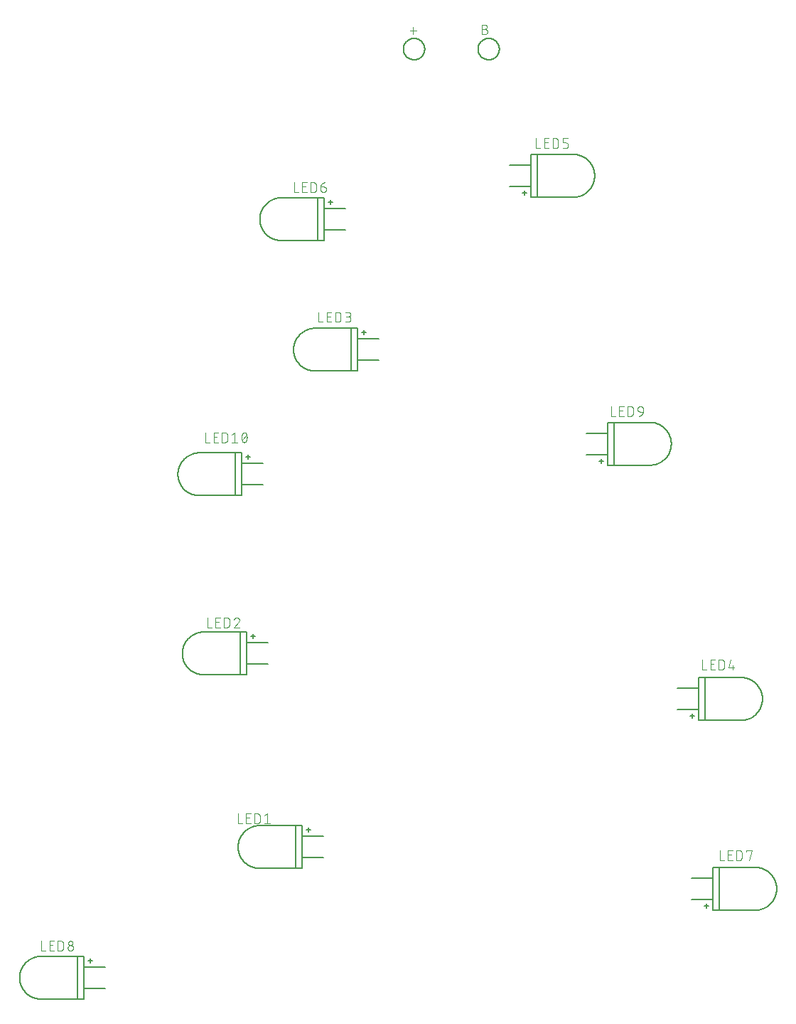
<source format=gbr>
G04 EAGLE Gerber RS-274X export*
G75*
%MOMM*%
%FSLAX34Y34*%
%LPD*%
%INSilkscreen Top*%
%IPPOS*%
%AMOC8*
5,1,8,0,0,1.08239X$1,22.5*%
G01*
%ADD10C,0.152400*%
%ADD11C,0.101600*%
%ADD12C,0.127000*%


D10*
X458100Y1391500D02*
X458104Y1391812D01*
X458115Y1392123D01*
X458134Y1392434D01*
X458161Y1392745D01*
X458196Y1393055D01*
X458237Y1393363D01*
X458287Y1393671D01*
X458344Y1393978D01*
X458409Y1394283D01*
X458481Y1394586D01*
X458560Y1394887D01*
X458647Y1395187D01*
X458741Y1395484D01*
X458842Y1395779D01*
X458951Y1396071D01*
X459067Y1396360D01*
X459190Y1396647D01*
X459319Y1396930D01*
X459456Y1397210D01*
X459600Y1397487D01*
X459750Y1397760D01*
X459907Y1398029D01*
X460070Y1398294D01*
X460240Y1398556D01*
X460417Y1398813D01*
X460599Y1399065D01*
X460788Y1399313D01*
X460983Y1399557D01*
X461183Y1399795D01*
X461390Y1400029D01*
X461602Y1400257D01*
X461820Y1400480D01*
X462043Y1400698D01*
X462271Y1400910D01*
X462505Y1401117D01*
X462743Y1401317D01*
X462987Y1401512D01*
X463235Y1401701D01*
X463487Y1401883D01*
X463744Y1402060D01*
X464006Y1402230D01*
X464271Y1402393D01*
X464540Y1402550D01*
X464813Y1402700D01*
X465090Y1402844D01*
X465370Y1402981D01*
X465653Y1403110D01*
X465940Y1403233D01*
X466229Y1403349D01*
X466521Y1403458D01*
X466816Y1403559D01*
X467113Y1403653D01*
X467413Y1403740D01*
X467714Y1403819D01*
X468017Y1403891D01*
X468322Y1403956D01*
X468629Y1404013D01*
X468937Y1404063D01*
X469245Y1404104D01*
X469555Y1404139D01*
X469866Y1404166D01*
X470177Y1404185D01*
X470488Y1404196D01*
X470800Y1404200D01*
X471112Y1404196D01*
X471423Y1404185D01*
X471734Y1404166D01*
X472045Y1404139D01*
X472355Y1404104D01*
X472663Y1404063D01*
X472971Y1404013D01*
X473278Y1403956D01*
X473583Y1403891D01*
X473886Y1403819D01*
X474187Y1403740D01*
X474487Y1403653D01*
X474784Y1403559D01*
X475079Y1403458D01*
X475371Y1403349D01*
X475660Y1403233D01*
X475947Y1403110D01*
X476230Y1402981D01*
X476510Y1402844D01*
X476787Y1402700D01*
X477060Y1402550D01*
X477329Y1402393D01*
X477594Y1402230D01*
X477856Y1402060D01*
X478113Y1401883D01*
X478365Y1401701D01*
X478613Y1401512D01*
X478857Y1401317D01*
X479095Y1401117D01*
X479329Y1400910D01*
X479557Y1400698D01*
X479780Y1400480D01*
X479998Y1400257D01*
X480210Y1400029D01*
X480417Y1399795D01*
X480617Y1399557D01*
X480812Y1399313D01*
X481001Y1399065D01*
X481183Y1398813D01*
X481360Y1398556D01*
X481530Y1398294D01*
X481693Y1398029D01*
X481850Y1397760D01*
X482000Y1397487D01*
X482144Y1397210D01*
X482281Y1396930D01*
X482410Y1396647D01*
X482533Y1396360D01*
X482649Y1396071D01*
X482758Y1395779D01*
X482859Y1395484D01*
X482953Y1395187D01*
X483040Y1394887D01*
X483119Y1394586D01*
X483191Y1394283D01*
X483256Y1393978D01*
X483313Y1393671D01*
X483363Y1393363D01*
X483404Y1393055D01*
X483439Y1392745D01*
X483466Y1392434D01*
X483485Y1392123D01*
X483496Y1391812D01*
X483500Y1391500D01*
X483496Y1391188D01*
X483485Y1390877D01*
X483466Y1390566D01*
X483439Y1390255D01*
X483404Y1389945D01*
X483363Y1389637D01*
X483313Y1389329D01*
X483256Y1389022D01*
X483191Y1388717D01*
X483119Y1388414D01*
X483040Y1388113D01*
X482953Y1387813D01*
X482859Y1387516D01*
X482758Y1387221D01*
X482649Y1386929D01*
X482533Y1386640D01*
X482410Y1386353D01*
X482281Y1386070D01*
X482144Y1385790D01*
X482000Y1385513D01*
X481850Y1385240D01*
X481693Y1384971D01*
X481530Y1384706D01*
X481360Y1384444D01*
X481183Y1384187D01*
X481001Y1383935D01*
X480812Y1383687D01*
X480617Y1383443D01*
X480417Y1383205D01*
X480210Y1382971D01*
X479998Y1382743D01*
X479780Y1382520D01*
X479557Y1382302D01*
X479329Y1382090D01*
X479095Y1381883D01*
X478857Y1381683D01*
X478613Y1381488D01*
X478365Y1381299D01*
X478113Y1381117D01*
X477856Y1380940D01*
X477594Y1380770D01*
X477329Y1380607D01*
X477060Y1380450D01*
X476787Y1380300D01*
X476510Y1380156D01*
X476230Y1380019D01*
X475947Y1379890D01*
X475660Y1379767D01*
X475371Y1379651D01*
X475079Y1379542D01*
X474784Y1379441D01*
X474487Y1379347D01*
X474187Y1379260D01*
X473886Y1379181D01*
X473583Y1379109D01*
X473278Y1379044D01*
X472971Y1378987D01*
X472663Y1378937D01*
X472355Y1378896D01*
X472045Y1378861D01*
X471734Y1378834D01*
X471423Y1378815D01*
X471112Y1378804D01*
X470800Y1378800D01*
X470488Y1378804D01*
X470177Y1378815D01*
X469866Y1378834D01*
X469555Y1378861D01*
X469245Y1378896D01*
X468937Y1378937D01*
X468629Y1378987D01*
X468322Y1379044D01*
X468017Y1379109D01*
X467714Y1379181D01*
X467413Y1379260D01*
X467113Y1379347D01*
X466816Y1379441D01*
X466521Y1379542D01*
X466229Y1379651D01*
X465940Y1379767D01*
X465653Y1379890D01*
X465370Y1380019D01*
X465090Y1380156D01*
X464813Y1380300D01*
X464540Y1380450D01*
X464271Y1380607D01*
X464006Y1380770D01*
X463744Y1380940D01*
X463487Y1381117D01*
X463235Y1381299D01*
X462987Y1381488D01*
X462743Y1381683D01*
X462505Y1381883D01*
X462271Y1382090D01*
X462043Y1382302D01*
X461820Y1382520D01*
X461602Y1382743D01*
X461390Y1382971D01*
X461183Y1383205D01*
X460983Y1383443D01*
X460788Y1383687D01*
X460599Y1383935D01*
X460417Y1384187D01*
X460240Y1384444D01*
X460070Y1384706D01*
X459907Y1384971D01*
X459750Y1385240D01*
X459600Y1385513D01*
X459456Y1385790D01*
X459319Y1386070D01*
X459190Y1386353D01*
X459067Y1386640D01*
X458951Y1386929D01*
X458842Y1387221D01*
X458741Y1387516D01*
X458647Y1387813D01*
X458560Y1388113D01*
X458481Y1388414D01*
X458409Y1388717D01*
X458344Y1389022D01*
X458287Y1389329D01*
X458237Y1389637D01*
X458196Y1389945D01*
X458161Y1390255D01*
X458134Y1390566D01*
X458115Y1390877D01*
X458104Y1391188D01*
X458100Y1391500D01*
D11*
X462846Y1415231D02*
X466092Y1415231D01*
X466092Y1415232D02*
X466205Y1415230D01*
X466318Y1415224D01*
X466431Y1415214D01*
X466544Y1415200D01*
X466656Y1415183D01*
X466767Y1415161D01*
X466877Y1415136D01*
X466987Y1415106D01*
X467095Y1415073D01*
X467202Y1415036D01*
X467308Y1414996D01*
X467412Y1414951D01*
X467515Y1414903D01*
X467616Y1414852D01*
X467715Y1414797D01*
X467812Y1414739D01*
X467907Y1414677D01*
X468000Y1414612D01*
X468090Y1414544D01*
X468178Y1414473D01*
X468264Y1414398D01*
X468347Y1414321D01*
X468427Y1414241D01*
X468504Y1414158D01*
X468579Y1414072D01*
X468650Y1413984D01*
X468718Y1413894D01*
X468783Y1413801D01*
X468845Y1413706D01*
X468903Y1413609D01*
X468958Y1413510D01*
X469009Y1413409D01*
X469057Y1413306D01*
X469102Y1413202D01*
X469142Y1413096D01*
X469179Y1412989D01*
X469212Y1412881D01*
X469242Y1412771D01*
X469267Y1412661D01*
X469289Y1412550D01*
X469306Y1412438D01*
X469320Y1412325D01*
X469330Y1412212D01*
X469336Y1412099D01*
X469338Y1411986D01*
X469336Y1411873D01*
X469330Y1411760D01*
X469320Y1411647D01*
X469306Y1411534D01*
X469289Y1411422D01*
X469267Y1411311D01*
X469242Y1411201D01*
X469212Y1411091D01*
X469179Y1410983D01*
X469142Y1410876D01*
X469102Y1410770D01*
X469057Y1410666D01*
X469009Y1410563D01*
X468958Y1410462D01*
X468903Y1410363D01*
X468845Y1410266D01*
X468783Y1410171D01*
X468718Y1410078D01*
X468650Y1409988D01*
X468579Y1409900D01*
X468504Y1409814D01*
X468427Y1409731D01*
X468347Y1409651D01*
X468264Y1409574D01*
X468178Y1409499D01*
X468090Y1409428D01*
X468000Y1409360D01*
X467907Y1409295D01*
X467812Y1409233D01*
X467715Y1409175D01*
X467616Y1409120D01*
X467515Y1409069D01*
X467412Y1409021D01*
X467308Y1408976D01*
X467202Y1408936D01*
X467095Y1408899D01*
X466987Y1408866D01*
X466877Y1408836D01*
X466767Y1408811D01*
X466656Y1408789D01*
X466544Y1408772D01*
X466431Y1408758D01*
X466318Y1408748D01*
X466205Y1408742D01*
X466092Y1408740D01*
X462846Y1408740D01*
X462846Y1420424D01*
X466092Y1420424D01*
X466193Y1420422D01*
X466293Y1420416D01*
X466393Y1420406D01*
X466493Y1420393D01*
X466592Y1420375D01*
X466691Y1420354D01*
X466788Y1420329D01*
X466885Y1420300D01*
X466980Y1420267D01*
X467074Y1420231D01*
X467166Y1420191D01*
X467257Y1420148D01*
X467346Y1420101D01*
X467433Y1420051D01*
X467519Y1419997D01*
X467602Y1419940D01*
X467682Y1419880D01*
X467761Y1419817D01*
X467837Y1419750D01*
X467910Y1419681D01*
X467980Y1419609D01*
X468048Y1419535D01*
X468113Y1419458D01*
X468174Y1419378D01*
X468233Y1419296D01*
X468288Y1419212D01*
X468340Y1419126D01*
X468389Y1419038D01*
X468434Y1418948D01*
X468476Y1418856D01*
X468514Y1418763D01*
X468548Y1418668D01*
X468579Y1418573D01*
X468606Y1418476D01*
X468629Y1418378D01*
X468649Y1418279D01*
X468664Y1418179D01*
X468676Y1418079D01*
X468684Y1417979D01*
X468688Y1417878D01*
X468688Y1417778D01*
X468684Y1417677D01*
X468676Y1417577D01*
X468664Y1417477D01*
X468649Y1417377D01*
X468629Y1417278D01*
X468606Y1417180D01*
X468579Y1417083D01*
X468548Y1416988D01*
X468514Y1416893D01*
X468476Y1416800D01*
X468434Y1416708D01*
X468389Y1416618D01*
X468340Y1416530D01*
X468288Y1416444D01*
X468233Y1416360D01*
X468174Y1416278D01*
X468113Y1416198D01*
X468048Y1416121D01*
X467980Y1416047D01*
X467910Y1415975D01*
X467837Y1415906D01*
X467761Y1415839D01*
X467682Y1415776D01*
X467602Y1415716D01*
X467519Y1415659D01*
X467433Y1415605D01*
X467346Y1415555D01*
X467257Y1415508D01*
X467166Y1415465D01*
X467074Y1415425D01*
X466980Y1415389D01*
X466885Y1415356D01*
X466788Y1415327D01*
X466691Y1415302D01*
X466592Y1415281D01*
X466493Y1415263D01*
X466393Y1415250D01*
X466293Y1415240D01*
X466193Y1415234D01*
X466092Y1415232D01*
D12*
X256120Y464960D02*
X256120Y459880D01*
X253580Y462420D02*
X258660Y462420D01*
D10*
X240880Y467500D02*
X197700Y467500D01*
X240880Y467500D02*
X248500Y467500D01*
X248500Y454800D01*
X248500Y429400D01*
X248500Y416700D01*
X240880Y416700D01*
X197700Y416700D01*
X248500Y454800D02*
X273900Y454800D01*
X273900Y429400D02*
X248500Y429400D01*
X197700Y416700D02*
X197081Y416708D01*
X196463Y416730D01*
X195846Y416768D01*
X195230Y416820D01*
X194615Y416888D01*
X194002Y416971D01*
X193391Y417068D01*
X192783Y417181D01*
X192177Y417308D01*
X191575Y417450D01*
X190977Y417606D01*
X190382Y417777D01*
X189792Y417962D01*
X189207Y418162D01*
X188626Y418376D01*
X188051Y418604D01*
X187482Y418846D01*
X186919Y419102D01*
X186362Y419371D01*
X185812Y419654D01*
X185269Y419950D01*
X184733Y420259D01*
X184205Y420581D01*
X183685Y420916D01*
X183173Y421264D01*
X182670Y421624D01*
X182176Y421996D01*
X181691Y422380D01*
X181216Y422776D01*
X180750Y423183D01*
X180294Y423601D01*
X179849Y424030D01*
X179414Y424471D01*
X178991Y424921D01*
X178578Y425382D01*
X178176Y425852D01*
X177787Y426333D01*
X177408Y426822D01*
X177042Y427321D01*
X176689Y427828D01*
X176347Y428344D01*
X176019Y428868D01*
X175703Y429400D01*
X175400Y429939D01*
X175111Y430486D01*
X174835Y431040D01*
X174572Y431600D01*
X174323Y432166D01*
X174088Y432738D01*
X173867Y433316D01*
X173660Y433899D01*
X173468Y434487D01*
X173290Y435079D01*
X173126Y435675D01*
X172977Y436276D01*
X172842Y436880D01*
X172723Y437486D01*
X172618Y438096D01*
X172528Y438708D01*
X172452Y439322D01*
X172392Y439938D01*
X172347Y440555D01*
X172317Y441172D01*
X172302Y441791D01*
X172302Y442409D01*
X172317Y443028D01*
X172347Y443645D01*
X172392Y444262D01*
X172452Y444878D01*
X172528Y445492D01*
X172618Y446104D01*
X172723Y446714D01*
X172842Y447320D01*
X172977Y447924D01*
X173126Y448525D01*
X173290Y449121D01*
X173468Y449713D01*
X173660Y450301D01*
X173867Y450884D01*
X174088Y451462D01*
X174323Y452034D01*
X174572Y452600D01*
X174835Y453160D01*
X175111Y453714D01*
X175400Y454261D01*
X175703Y454800D01*
X176019Y455332D01*
X176347Y455856D01*
X176689Y456372D01*
X177042Y456879D01*
X177408Y457378D01*
X177787Y457867D01*
X178176Y458348D01*
X178578Y458818D01*
X178991Y459279D01*
X179414Y459729D01*
X179849Y460170D01*
X180294Y460599D01*
X180750Y461017D01*
X181216Y461424D01*
X181691Y461820D01*
X182176Y462204D01*
X182670Y462576D01*
X183173Y462936D01*
X183685Y463284D01*
X184205Y463619D01*
X184733Y463941D01*
X185269Y464250D01*
X185812Y464546D01*
X186362Y464829D01*
X186919Y465098D01*
X187482Y465354D01*
X188051Y465596D01*
X188626Y465824D01*
X189207Y466038D01*
X189792Y466238D01*
X190382Y466423D01*
X190977Y466594D01*
X191575Y466750D01*
X192177Y466892D01*
X192783Y467019D01*
X193391Y467132D01*
X194002Y467229D01*
X194615Y467312D01*
X195230Y467380D01*
X195846Y467432D01*
X196463Y467470D01*
X197081Y467492D01*
X197700Y467500D01*
X240880Y467500D02*
X240880Y416700D01*
D11*
X172046Y470040D02*
X172046Y481724D01*
X172046Y470040D02*
X177239Y470040D01*
X181952Y470040D02*
X187145Y470040D01*
X181952Y470040D02*
X181952Y481724D01*
X187145Y481724D01*
X185847Y476531D02*
X181952Y476531D01*
X191835Y481724D02*
X191835Y470040D01*
X191835Y481724D02*
X195081Y481724D01*
X195194Y481722D01*
X195307Y481716D01*
X195420Y481706D01*
X195533Y481692D01*
X195645Y481675D01*
X195756Y481653D01*
X195866Y481628D01*
X195976Y481598D01*
X196084Y481565D01*
X196191Y481528D01*
X196297Y481488D01*
X196401Y481443D01*
X196504Y481395D01*
X196605Y481344D01*
X196704Y481289D01*
X196801Y481231D01*
X196896Y481169D01*
X196989Y481104D01*
X197079Y481036D01*
X197167Y480965D01*
X197253Y480890D01*
X197336Y480813D01*
X197416Y480733D01*
X197493Y480650D01*
X197568Y480564D01*
X197639Y480476D01*
X197707Y480386D01*
X197772Y480293D01*
X197834Y480198D01*
X197892Y480101D01*
X197947Y480002D01*
X197998Y479901D01*
X198046Y479798D01*
X198091Y479694D01*
X198131Y479588D01*
X198168Y479481D01*
X198201Y479373D01*
X198231Y479263D01*
X198256Y479153D01*
X198278Y479042D01*
X198295Y478930D01*
X198309Y478817D01*
X198319Y478704D01*
X198325Y478591D01*
X198327Y478478D01*
X198327Y473286D01*
X198325Y473173D01*
X198319Y473060D01*
X198309Y472947D01*
X198295Y472834D01*
X198278Y472722D01*
X198256Y472611D01*
X198231Y472501D01*
X198201Y472391D01*
X198168Y472283D01*
X198131Y472176D01*
X198091Y472070D01*
X198046Y471966D01*
X197998Y471863D01*
X197947Y471762D01*
X197892Y471663D01*
X197834Y471566D01*
X197772Y471471D01*
X197707Y471378D01*
X197639Y471288D01*
X197568Y471200D01*
X197493Y471114D01*
X197416Y471031D01*
X197336Y470951D01*
X197253Y470874D01*
X197167Y470799D01*
X197079Y470728D01*
X196989Y470660D01*
X196896Y470595D01*
X196801Y470533D01*
X196704Y470475D01*
X196605Y470420D01*
X196504Y470369D01*
X196401Y470321D01*
X196297Y470276D01*
X196191Y470236D01*
X196084Y470199D01*
X195976Y470166D01*
X195866Y470136D01*
X195756Y470111D01*
X195645Y470089D01*
X195533Y470072D01*
X195420Y470058D01*
X195307Y470048D01*
X195194Y470042D01*
X195081Y470040D01*
X191835Y470040D01*
X203646Y479128D02*
X206892Y481724D01*
X206892Y470040D01*
X210137Y470040D02*
X203646Y470040D01*
D12*
X184420Y903380D02*
X184420Y908460D01*
X181880Y905920D02*
X186960Y905920D01*
D10*
X169180Y911000D02*
X126000Y911000D01*
X169180Y911000D02*
X176800Y911000D01*
X176800Y898300D01*
X176800Y872900D01*
X176800Y860200D01*
X169180Y860200D01*
X126000Y860200D01*
X176800Y898300D02*
X202200Y898300D01*
X202200Y872900D02*
X176800Y872900D01*
X126000Y860200D02*
X125381Y860208D01*
X124763Y860230D01*
X124146Y860268D01*
X123530Y860320D01*
X122915Y860388D01*
X122302Y860471D01*
X121691Y860568D01*
X121083Y860681D01*
X120477Y860808D01*
X119875Y860950D01*
X119277Y861106D01*
X118682Y861277D01*
X118092Y861462D01*
X117507Y861662D01*
X116926Y861876D01*
X116351Y862104D01*
X115782Y862346D01*
X115219Y862602D01*
X114662Y862871D01*
X114112Y863154D01*
X113569Y863450D01*
X113033Y863759D01*
X112505Y864081D01*
X111985Y864416D01*
X111473Y864764D01*
X110970Y865124D01*
X110476Y865496D01*
X109991Y865880D01*
X109516Y866276D01*
X109050Y866683D01*
X108594Y867101D01*
X108149Y867530D01*
X107714Y867971D01*
X107291Y868421D01*
X106878Y868882D01*
X106476Y869352D01*
X106087Y869833D01*
X105708Y870322D01*
X105342Y870821D01*
X104989Y871328D01*
X104647Y871844D01*
X104319Y872368D01*
X104003Y872900D01*
X103700Y873439D01*
X103411Y873986D01*
X103135Y874540D01*
X102872Y875100D01*
X102623Y875666D01*
X102388Y876238D01*
X102167Y876816D01*
X101960Y877399D01*
X101768Y877987D01*
X101590Y878579D01*
X101426Y879175D01*
X101277Y879776D01*
X101142Y880380D01*
X101023Y880986D01*
X100918Y881596D01*
X100828Y882208D01*
X100752Y882822D01*
X100692Y883438D01*
X100647Y884055D01*
X100617Y884672D01*
X100602Y885291D01*
X100602Y885909D01*
X100617Y886528D01*
X100647Y887145D01*
X100692Y887762D01*
X100752Y888378D01*
X100828Y888992D01*
X100918Y889604D01*
X101023Y890214D01*
X101142Y890820D01*
X101277Y891424D01*
X101426Y892025D01*
X101590Y892621D01*
X101768Y893213D01*
X101960Y893801D01*
X102167Y894384D01*
X102388Y894962D01*
X102623Y895534D01*
X102872Y896100D01*
X103135Y896660D01*
X103411Y897214D01*
X103700Y897761D01*
X104003Y898300D01*
X104319Y898832D01*
X104647Y899356D01*
X104989Y899872D01*
X105342Y900379D01*
X105708Y900878D01*
X106087Y901367D01*
X106476Y901848D01*
X106878Y902318D01*
X107291Y902779D01*
X107714Y903229D01*
X108149Y903670D01*
X108594Y904099D01*
X109050Y904517D01*
X109516Y904924D01*
X109991Y905320D01*
X110476Y905704D01*
X110970Y906076D01*
X111473Y906436D01*
X111985Y906784D01*
X112505Y907119D01*
X113033Y907441D01*
X113569Y907750D01*
X114112Y908046D01*
X114662Y908329D01*
X115219Y908598D01*
X115782Y908854D01*
X116351Y909096D01*
X116926Y909324D01*
X117507Y909538D01*
X118092Y909738D01*
X118682Y909923D01*
X119277Y910094D01*
X119875Y910250D01*
X120477Y910392D01*
X121083Y910519D01*
X121691Y910632D01*
X122302Y910729D01*
X122915Y910812D01*
X123530Y910880D01*
X124146Y910932D01*
X124763Y910970D01*
X125381Y910992D01*
X126000Y911000D01*
X169180Y911000D02*
X169180Y860200D01*
D11*
X133346Y923540D02*
X133346Y935224D01*
X133346Y923540D02*
X138539Y923540D01*
X143252Y923540D02*
X148445Y923540D01*
X143252Y923540D02*
X143252Y935224D01*
X148445Y935224D01*
X147147Y930031D02*
X143252Y930031D01*
X153135Y935224D02*
X153135Y923540D01*
X153135Y935224D02*
X156381Y935224D01*
X156494Y935222D01*
X156607Y935216D01*
X156720Y935206D01*
X156833Y935192D01*
X156945Y935175D01*
X157056Y935153D01*
X157166Y935128D01*
X157276Y935098D01*
X157384Y935065D01*
X157491Y935028D01*
X157597Y934988D01*
X157701Y934943D01*
X157804Y934895D01*
X157905Y934844D01*
X158004Y934789D01*
X158101Y934731D01*
X158196Y934669D01*
X158289Y934604D01*
X158379Y934536D01*
X158467Y934465D01*
X158553Y934390D01*
X158636Y934313D01*
X158716Y934233D01*
X158793Y934150D01*
X158868Y934064D01*
X158939Y933976D01*
X159007Y933886D01*
X159072Y933793D01*
X159134Y933698D01*
X159192Y933601D01*
X159247Y933502D01*
X159298Y933401D01*
X159346Y933298D01*
X159391Y933194D01*
X159431Y933088D01*
X159468Y932981D01*
X159501Y932873D01*
X159531Y932763D01*
X159556Y932653D01*
X159578Y932542D01*
X159595Y932430D01*
X159609Y932317D01*
X159619Y932204D01*
X159625Y932091D01*
X159627Y931978D01*
X159627Y926786D01*
X159625Y926673D01*
X159619Y926560D01*
X159609Y926447D01*
X159595Y926334D01*
X159578Y926222D01*
X159556Y926111D01*
X159531Y926001D01*
X159501Y925891D01*
X159468Y925783D01*
X159431Y925676D01*
X159391Y925570D01*
X159346Y925466D01*
X159298Y925363D01*
X159247Y925262D01*
X159192Y925163D01*
X159134Y925066D01*
X159072Y924971D01*
X159007Y924878D01*
X158939Y924788D01*
X158868Y924700D01*
X158793Y924614D01*
X158716Y924531D01*
X158636Y924451D01*
X158553Y924374D01*
X158467Y924299D01*
X158379Y924228D01*
X158289Y924160D01*
X158196Y924095D01*
X158101Y924033D01*
X158004Y923975D01*
X157905Y923920D01*
X157804Y923869D01*
X157701Y923821D01*
X157597Y923776D01*
X157491Y923736D01*
X157384Y923699D01*
X157276Y923666D01*
X157166Y923636D01*
X157056Y923611D01*
X156945Y923589D01*
X156833Y923572D01*
X156720Y923558D01*
X156607Y923548D01*
X156494Y923542D01*
X156381Y923540D01*
X153135Y923540D01*
X164946Y932628D02*
X168192Y935224D01*
X168192Y923540D01*
X171437Y923540D02*
X164946Y923540D01*
X176377Y929382D02*
X176380Y929612D01*
X176388Y929842D01*
X176402Y930071D01*
X176421Y930300D01*
X176446Y930529D01*
X176476Y930756D01*
X176511Y930984D01*
X176552Y931210D01*
X176598Y931435D01*
X176650Y931659D01*
X176707Y931881D01*
X176769Y932103D01*
X176837Y932322D01*
X176910Y932540D01*
X176988Y932757D01*
X177071Y932971D01*
X177159Y933183D01*
X177252Y933393D01*
X177351Y933601D01*
X177350Y933601D02*
X177383Y933691D01*
X177419Y933780D01*
X177459Y933868D01*
X177503Y933953D01*
X177550Y934037D01*
X177600Y934119D01*
X177654Y934199D01*
X177710Y934276D01*
X177770Y934352D01*
X177833Y934425D01*
X177898Y934495D01*
X177967Y934563D01*
X178038Y934627D01*
X178111Y934689D01*
X178187Y934748D01*
X178265Y934804D01*
X178346Y934857D01*
X178428Y934906D01*
X178512Y934952D01*
X178599Y934995D01*
X178686Y935034D01*
X178776Y935070D01*
X178866Y935102D01*
X178958Y935130D01*
X179051Y935155D01*
X179145Y935176D01*
X179239Y935193D01*
X179334Y935207D01*
X179430Y935216D01*
X179526Y935222D01*
X179622Y935224D01*
X179718Y935222D01*
X179814Y935216D01*
X179910Y935207D01*
X180005Y935193D01*
X180099Y935176D01*
X180193Y935155D01*
X180286Y935130D01*
X180378Y935102D01*
X180468Y935070D01*
X180558Y935034D01*
X180645Y934995D01*
X180732Y934952D01*
X180816Y934906D01*
X180898Y934857D01*
X180979Y934804D01*
X181057Y934748D01*
X181133Y934689D01*
X181206Y934627D01*
X181277Y934563D01*
X181346Y934495D01*
X181411Y934425D01*
X181474Y934352D01*
X181534Y934276D01*
X181590Y934199D01*
X181644Y934119D01*
X181694Y934037D01*
X181741Y933953D01*
X181785Y933868D01*
X181825Y933780D01*
X181861Y933691D01*
X181894Y933601D01*
X181993Y933394D01*
X182086Y933184D01*
X182174Y932971D01*
X182257Y932757D01*
X182335Y932541D01*
X182408Y932323D01*
X182476Y932103D01*
X182538Y931882D01*
X182595Y931659D01*
X182647Y931435D01*
X182693Y931210D01*
X182734Y930984D01*
X182769Y930757D01*
X182799Y930529D01*
X182824Y930300D01*
X182843Y930071D01*
X182857Y929842D01*
X182865Y929612D01*
X182868Y929382D01*
X176376Y929382D02*
X176379Y929152D01*
X176387Y928922D01*
X176401Y928693D01*
X176420Y928464D01*
X176445Y928235D01*
X176475Y928007D01*
X176510Y927780D01*
X176551Y927554D01*
X176597Y927329D01*
X176649Y927105D01*
X176706Y926882D01*
X176768Y926661D01*
X176836Y926441D01*
X176909Y926223D01*
X176987Y926007D01*
X177070Y925793D01*
X177158Y925581D01*
X177251Y925370D01*
X177350Y925163D01*
X177383Y925073D01*
X177419Y924984D01*
X177460Y924896D01*
X177503Y924811D01*
X177550Y924727D01*
X177600Y924645D01*
X177654Y924565D01*
X177710Y924488D01*
X177770Y924412D01*
X177833Y924339D01*
X177898Y924269D01*
X177967Y924201D01*
X178038Y924137D01*
X178111Y924075D01*
X178187Y924016D01*
X178265Y923960D01*
X178346Y923907D01*
X178428Y923858D01*
X178512Y923812D01*
X178599Y923769D01*
X178686Y923730D01*
X178776Y923694D01*
X178866Y923662D01*
X178958Y923634D01*
X179051Y923609D01*
X179145Y923588D01*
X179239Y923571D01*
X179334Y923557D01*
X179430Y923548D01*
X179526Y923542D01*
X179622Y923540D01*
X181894Y925163D02*
X181993Y925370D01*
X182086Y925581D01*
X182174Y925793D01*
X182257Y926007D01*
X182335Y926223D01*
X182408Y926441D01*
X182476Y926661D01*
X182538Y926882D01*
X182595Y927105D01*
X182647Y927329D01*
X182693Y927554D01*
X182734Y927780D01*
X182769Y928007D01*
X182799Y928235D01*
X182824Y928464D01*
X182843Y928693D01*
X182857Y928922D01*
X182865Y929152D01*
X182868Y929382D01*
X181894Y925163D02*
X181861Y925073D01*
X181825Y924984D01*
X181785Y924896D01*
X181741Y924811D01*
X181694Y924727D01*
X181644Y924645D01*
X181590Y924565D01*
X181534Y924488D01*
X181474Y924412D01*
X181411Y924339D01*
X181346Y924269D01*
X181277Y924201D01*
X181206Y924137D01*
X181133Y924075D01*
X181057Y924016D01*
X180979Y923960D01*
X180898Y923907D01*
X180816Y923858D01*
X180732Y923812D01*
X180645Y923769D01*
X180558Y923730D01*
X180468Y923694D01*
X180378Y923662D01*
X180286Y923634D01*
X180193Y923609D01*
X180099Y923588D01*
X180005Y923571D01*
X179910Y923557D01*
X179814Y923548D01*
X179718Y923542D01*
X179622Y923540D01*
X177025Y926136D02*
X182218Y932628D01*
D12*
X189720Y695260D02*
X189720Y690180D01*
X187180Y692720D02*
X192260Y692720D01*
D10*
X174480Y697800D02*
X131300Y697800D01*
X174480Y697800D02*
X182100Y697800D01*
X182100Y685100D01*
X182100Y659700D01*
X182100Y647000D01*
X174480Y647000D01*
X131300Y647000D01*
X182100Y685100D02*
X207500Y685100D01*
X207500Y659700D02*
X182100Y659700D01*
X131300Y647000D02*
X130681Y647008D01*
X130063Y647030D01*
X129446Y647068D01*
X128830Y647120D01*
X128215Y647188D01*
X127602Y647271D01*
X126991Y647368D01*
X126383Y647481D01*
X125777Y647608D01*
X125175Y647750D01*
X124577Y647906D01*
X123982Y648077D01*
X123392Y648262D01*
X122807Y648462D01*
X122226Y648676D01*
X121651Y648904D01*
X121082Y649146D01*
X120519Y649402D01*
X119962Y649671D01*
X119412Y649954D01*
X118869Y650250D01*
X118333Y650559D01*
X117805Y650881D01*
X117285Y651216D01*
X116773Y651564D01*
X116270Y651924D01*
X115776Y652296D01*
X115291Y652680D01*
X114816Y653076D01*
X114350Y653483D01*
X113894Y653901D01*
X113449Y654330D01*
X113014Y654771D01*
X112591Y655221D01*
X112178Y655682D01*
X111776Y656152D01*
X111387Y656633D01*
X111008Y657122D01*
X110642Y657621D01*
X110289Y658128D01*
X109947Y658644D01*
X109619Y659168D01*
X109303Y659700D01*
X109000Y660239D01*
X108711Y660786D01*
X108435Y661340D01*
X108172Y661900D01*
X107923Y662466D01*
X107688Y663038D01*
X107467Y663616D01*
X107260Y664199D01*
X107068Y664787D01*
X106890Y665379D01*
X106726Y665975D01*
X106577Y666576D01*
X106442Y667180D01*
X106323Y667786D01*
X106218Y668396D01*
X106128Y669008D01*
X106052Y669622D01*
X105992Y670238D01*
X105947Y670855D01*
X105917Y671472D01*
X105902Y672091D01*
X105902Y672709D01*
X105917Y673328D01*
X105947Y673945D01*
X105992Y674562D01*
X106052Y675178D01*
X106128Y675792D01*
X106218Y676404D01*
X106323Y677014D01*
X106442Y677620D01*
X106577Y678224D01*
X106726Y678825D01*
X106890Y679421D01*
X107068Y680013D01*
X107260Y680601D01*
X107467Y681184D01*
X107688Y681762D01*
X107923Y682334D01*
X108172Y682900D01*
X108435Y683460D01*
X108711Y684014D01*
X109000Y684561D01*
X109303Y685100D01*
X109619Y685632D01*
X109947Y686156D01*
X110289Y686672D01*
X110642Y687179D01*
X111008Y687678D01*
X111387Y688167D01*
X111776Y688648D01*
X112178Y689118D01*
X112591Y689579D01*
X113014Y690029D01*
X113449Y690470D01*
X113894Y690899D01*
X114350Y691317D01*
X114816Y691724D01*
X115291Y692120D01*
X115776Y692504D01*
X116270Y692876D01*
X116773Y693236D01*
X117285Y693584D01*
X117805Y693919D01*
X118333Y694241D01*
X118869Y694550D01*
X119412Y694846D01*
X119962Y695129D01*
X120519Y695398D01*
X121082Y695654D01*
X121651Y695896D01*
X122226Y696124D01*
X122807Y696338D01*
X123392Y696538D01*
X123982Y696723D01*
X124577Y696894D01*
X125175Y697050D01*
X125777Y697192D01*
X126383Y697319D01*
X126991Y697432D01*
X127602Y697529D01*
X128215Y697612D01*
X128830Y697680D01*
X129446Y697732D01*
X130063Y697770D01*
X130681Y697792D01*
X131300Y697800D01*
X174480Y697800D02*
X174480Y647000D01*
D11*
X135646Y703340D02*
X135646Y715024D01*
X135646Y703340D02*
X140839Y703340D01*
X145552Y703340D02*
X150745Y703340D01*
X145552Y703340D02*
X145552Y715024D01*
X150745Y715024D01*
X149447Y709831D02*
X145552Y709831D01*
X155435Y715024D02*
X155435Y703340D01*
X155435Y715024D02*
X158681Y715024D01*
X158794Y715022D01*
X158907Y715016D01*
X159020Y715006D01*
X159133Y714992D01*
X159245Y714975D01*
X159356Y714953D01*
X159466Y714928D01*
X159576Y714898D01*
X159684Y714865D01*
X159791Y714828D01*
X159897Y714788D01*
X160001Y714743D01*
X160104Y714695D01*
X160205Y714644D01*
X160304Y714589D01*
X160401Y714531D01*
X160496Y714469D01*
X160589Y714404D01*
X160679Y714336D01*
X160767Y714265D01*
X160853Y714190D01*
X160936Y714113D01*
X161016Y714033D01*
X161093Y713950D01*
X161168Y713864D01*
X161239Y713776D01*
X161307Y713686D01*
X161372Y713593D01*
X161434Y713498D01*
X161492Y713401D01*
X161547Y713302D01*
X161598Y713201D01*
X161646Y713098D01*
X161691Y712994D01*
X161731Y712888D01*
X161768Y712781D01*
X161801Y712673D01*
X161831Y712563D01*
X161856Y712453D01*
X161878Y712342D01*
X161895Y712230D01*
X161909Y712117D01*
X161919Y712004D01*
X161925Y711891D01*
X161927Y711778D01*
X161927Y706586D01*
X161925Y706473D01*
X161919Y706360D01*
X161909Y706247D01*
X161895Y706134D01*
X161878Y706022D01*
X161856Y705911D01*
X161831Y705801D01*
X161801Y705691D01*
X161768Y705583D01*
X161731Y705476D01*
X161691Y705370D01*
X161646Y705266D01*
X161598Y705163D01*
X161547Y705062D01*
X161492Y704963D01*
X161434Y704866D01*
X161372Y704771D01*
X161307Y704678D01*
X161239Y704588D01*
X161168Y704500D01*
X161093Y704414D01*
X161016Y704331D01*
X160936Y704251D01*
X160853Y704174D01*
X160767Y704099D01*
X160679Y704028D01*
X160589Y703960D01*
X160496Y703895D01*
X160401Y703833D01*
X160304Y703775D01*
X160205Y703720D01*
X160104Y703669D01*
X160001Y703621D01*
X159897Y703576D01*
X159791Y703536D01*
X159684Y703499D01*
X159576Y703466D01*
X159466Y703436D01*
X159356Y703411D01*
X159245Y703389D01*
X159133Y703372D01*
X159020Y703358D01*
X158907Y703348D01*
X158794Y703342D01*
X158681Y703340D01*
X155435Y703340D01*
X170816Y715024D02*
X170923Y715022D01*
X171029Y715016D01*
X171135Y715006D01*
X171241Y714993D01*
X171347Y714975D01*
X171451Y714954D01*
X171555Y714929D01*
X171658Y714900D01*
X171759Y714868D01*
X171859Y714831D01*
X171958Y714791D01*
X172056Y714748D01*
X172152Y714701D01*
X172246Y714650D01*
X172338Y714596D01*
X172428Y714539D01*
X172516Y714479D01*
X172601Y714415D01*
X172684Y714348D01*
X172765Y714278D01*
X172843Y714206D01*
X172919Y714130D01*
X172991Y714052D01*
X173061Y713971D01*
X173128Y713888D01*
X173192Y713803D01*
X173252Y713715D01*
X173309Y713625D01*
X173363Y713533D01*
X173414Y713439D01*
X173461Y713343D01*
X173504Y713245D01*
X173544Y713146D01*
X173581Y713046D01*
X173613Y712945D01*
X173642Y712842D01*
X173667Y712738D01*
X173688Y712634D01*
X173706Y712528D01*
X173719Y712422D01*
X173729Y712316D01*
X173735Y712210D01*
X173737Y712103D01*
X170816Y715024D02*
X170695Y715022D01*
X170574Y715016D01*
X170454Y715006D01*
X170333Y714993D01*
X170214Y714975D01*
X170094Y714954D01*
X169976Y714929D01*
X169859Y714900D01*
X169742Y714867D01*
X169627Y714831D01*
X169513Y714790D01*
X169400Y714747D01*
X169288Y714699D01*
X169179Y714648D01*
X169071Y714593D01*
X168964Y714535D01*
X168860Y714474D01*
X168758Y714409D01*
X168658Y714341D01*
X168560Y714270D01*
X168464Y714196D01*
X168371Y714119D01*
X168281Y714038D01*
X168193Y713955D01*
X168108Y713869D01*
X168025Y713780D01*
X167946Y713689D01*
X167869Y713595D01*
X167796Y713499D01*
X167726Y713401D01*
X167659Y713300D01*
X167595Y713197D01*
X167535Y713092D01*
X167478Y712985D01*
X167424Y712877D01*
X167374Y712767D01*
X167328Y712655D01*
X167285Y712542D01*
X167246Y712427D01*
X172764Y709831D02*
X172843Y709908D01*
X172919Y709989D01*
X172992Y710072D01*
X173062Y710157D01*
X173129Y710245D01*
X173193Y710335D01*
X173253Y710427D01*
X173310Y710522D01*
X173364Y710618D01*
X173415Y710716D01*
X173462Y710816D01*
X173506Y710918D01*
X173546Y711021D01*
X173582Y711125D01*
X173614Y711231D01*
X173643Y711337D01*
X173668Y711445D01*
X173690Y711553D01*
X173707Y711663D01*
X173721Y711772D01*
X173730Y711882D01*
X173736Y711993D01*
X173738Y712103D01*
X172764Y709831D02*
X167246Y703340D01*
X173737Y703340D01*
D12*
X322220Y1051580D02*
X322220Y1056660D01*
X319680Y1054120D02*
X324760Y1054120D01*
D10*
X306980Y1059200D02*
X263800Y1059200D01*
X306980Y1059200D02*
X314600Y1059200D01*
X314600Y1046500D01*
X314600Y1021100D01*
X314600Y1008400D01*
X306980Y1008400D01*
X263800Y1008400D01*
X314600Y1046500D02*
X340000Y1046500D01*
X340000Y1021100D02*
X314600Y1021100D01*
X263800Y1008400D02*
X263181Y1008408D01*
X262563Y1008430D01*
X261946Y1008468D01*
X261330Y1008520D01*
X260715Y1008588D01*
X260102Y1008671D01*
X259491Y1008768D01*
X258883Y1008881D01*
X258277Y1009008D01*
X257675Y1009150D01*
X257077Y1009306D01*
X256482Y1009477D01*
X255892Y1009662D01*
X255307Y1009862D01*
X254726Y1010076D01*
X254151Y1010304D01*
X253582Y1010546D01*
X253019Y1010802D01*
X252462Y1011071D01*
X251912Y1011354D01*
X251369Y1011650D01*
X250833Y1011959D01*
X250305Y1012281D01*
X249785Y1012616D01*
X249273Y1012964D01*
X248770Y1013324D01*
X248276Y1013696D01*
X247791Y1014080D01*
X247316Y1014476D01*
X246850Y1014883D01*
X246394Y1015301D01*
X245949Y1015730D01*
X245514Y1016171D01*
X245091Y1016621D01*
X244678Y1017082D01*
X244276Y1017552D01*
X243887Y1018033D01*
X243508Y1018522D01*
X243142Y1019021D01*
X242789Y1019528D01*
X242447Y1020044D01*
X242119Y1020568D01*
X241803Y1021100D01*
X241500Y1021639D01*
X241211Y1022186D01*
X240935Y1022740D01*
X240672Y1023300D01*
X240423Y1023866D01*
X240188Y1024438D01*
X239967Y1025016D01*
X239760Y1025599D01*
X239568Y1026187D01*
X239390Y1026779D01*
X239226Y1027375D01*
X239077Y1027976D01*
X238942Y1028580D01*
X238823Y1029186D01*
X238718Y1029796D01*
X238628Y1030408D01*
X238552Y1031022D01*
X238492Y1031638D01*
X238447Y1032255D01*
X238417Y1032872D01*
X238402Y1033491D01*
X238402Y1034109D01*
X238417Y1034728D01*
X238447Y1035345D01*
X238492Y1035962D01*
X238552Y1036578D01*
X238628Y1037192D01*
X238718Y1037804D01*
X238823Y1038414D01*
X238942Y1039020D01*
X239077Y1039624D01*
X239226Y1040225D01*
X239390Y1040821D01*
X239568Y1041413D01*
X239760Y1042001D01*
X239967Y1042584D01*
X240188Y1043162D01*
X240423Y1043734D01*
X240672Y1044300D01*
X240935Y1044860D01*
X241211Y1045414D01*
X241500Y1045961D01*
X241803Y1046500D01*
X242119Y1047032D01*
X242447Y1047556D01*
X242789Y1048072D01*
X243142Y1048579D01*
X243508Y1049078D01*
X243887Y1049567D01*
X244276Y1050048D01*
X244678Y1050518D01*
X245091Y1050979D01*
X245514Y1051429D01*
X245949Y1051870D01*
X246394Y1052299D01*
X246850Y1052717D01*
X247316Y1053124D01*
X247791Y1053520D01*
X248276Y1053904D01*
X248770Y1054276D01*
X249273Y1054636D01*
X249785Y1054984D01*
X250305Y1055319D01*
X250833Y1055641D01*
X251369Y1055950D01*
X251912Y1056246D01*
X252462Y1056529D01*
X253019Y1056798D01*
X253582Y1057054D01*
X254151Y1057296D01*
X254726Y1057524D01*
X255307Y1057738D01*
X255892Y1057938D01*
X256482Y1058123D01*
X257077Y1058294D01*
X257675Y1058450D01*
X258277Y1058592D01*
X258883Y1058719D01*
X259491Y1058832D01*
X260102Y1058929D01*
X260715Y1059012D01*
X261330Y1059080D01*
X261946Y1059132D01*
X262563Y1059170D01*
X263181Y1059192D01*
X263800Y1059200D01*
X306980Y1059200D02*
X306980Y1008400D01*
D11*
X268146Y1066740D02*
X268146Y1078424D01*
X268146Y1066740D02*
X273339Y1066740D01*
X278052Y1066740D02*
X283245Y1066740D01*
X278052Y1066740D02*
X278052Y1078424D01*
X283245Y1078424D01*
X281947Y1073231D02*
X278052Y1073231D01*
X287935Y1078424D02*
X287935Y1066740D01*
X287935Y1078424D02*
X291181Y1078424D01*
X291294Y1078422D01*
X291407Y1078416D01*
X291520Y1078406D01*
X291633Y1078392D01*
X291745Y1078375D01*
X291856Y1078353D01*
X291966Y1078328D01*
X292076Y1078298D01*
X292184Y1078265D01*
X292291Y1078228D01*
X292397Y1078188D01*
X292501Y1078143D01*
X292604Y1078095D01*
X292705Y1078044D01*
X292804Y1077989D01*
X292901Y1077931D01*
X292996Y1077869D01*
X293089Y1077804D01*
X293179Y1077736D01*
X293267Y1077665D01*
X293353Y1077590D01*
X293436Y1077513D01*
X293516Y1077433D01*
X293593Y1077350D01*
X293668Y1077264D01*
X293739Y1077176D01*
X293807Y1077086D01*
X293872Y1076993D01*
X293934Y1076898D01*
X293992Y1076801D01*
X294047Y1076702D01*
X294098Y1076601D01*
X294146Y1076498D01*
X294191Y1076394D01*
X294231Y1076288D01*
X294268Y1076181D01*
X294301Y1076073D01*
X294331Y1075963D01*
X294356Y1075853D01*
X294378Y1075742D01*
X294395Y1075630D01*
X294409Y1075517D01*
X294419Y1075404D01*
X294425Y1075291D01*
X294427Y1075178D01*
X294427Y1069986D01*
X294425Y1069873D01*
X294419Y1069760D01*
X294409Y1069647D01*
X294395Y1069534D01*
X294378Y1069422D01*
X294356Y1069311D01*
X294331Y1069201D01*
X294301Y1069091D01*
X294268Y1068983D01*
X294231Y1068876D01*
X294191Y1068770D01*
X294146Y1068666D01*
X294098Y1068563D01*
X294047Y1068462D01*
X293992Y1068363D01*
X293934Y1068266D01*
X293872Y1068171D01*
X293807Y1068078D01*
X293739Y1067988D01*
X293668Y1067900D01*
X293593Y1067814D01*
X293516Y1067731D01*
X293436Y1067651D01*
X293353Y1067574D01*
X293267Y1067499D01*
X293179Y1067428D01*
X293089Y1067360D01*
X292996Y1067295D01*
X292901Y1067233D01*
X292804Y1067175D01*
X292705Y1067120D01*
X292604Y1067069D01*
X292501Y1067021D01*
X292397Y1066976D01*
X292291Y1066936D01*
X292184Y1066899D01*
X292076Y1066866D01*
X291966Y1066836D01*
X291856Y1066811D01*
X291745Y1066789D01*
X291633Y1066772D01*
X291520Y1066758D01*
X291407Y1066748D01*
X291294Y1066742D01*
X291181Y1066740D01*
X287935Y1066740D01*
X299746Y1066740D02*
X302992Y1066740D01*
X303105Y1066742D01*
X303218Y1066748D01*
X303331Y1066758D01*
X303444Y1066772D01*
X303556Y1066789D01*
X303667Y1066811D01*
X303777Y1066836D01*
X303887Y1066866D01*
X303995Y1066899D01*
X304102Y1066936D01*
X304208Y1066976D01*
X304312Y1067021D01*
X304415Y1067069D01*
X304516Y1067120D01*
X304615Y1067175D01*
X304712Y1067233D01*
X304807Y1067295D01*
X304900Y1067360D01*
X304990Y1067428D01*
X305078Y1067499D01*
X305164Y1067574D01*
X305247Y1067651D01*
X305327Y1067731D01*
X305404Y1067814D01*
X305479Y1067900D01*
X305550Y1067988D01*
X305618Y1068078D01*
X305683Y1068171D01*
X305745Y1068266D01*
X305803Y1068363D01*
X305858Y1068462D01*
X305909Y1068563D01*
X305957Y1068666D01*
X306002Y1068770D01*
X306042Y1068876D01*
X306079Y1068983D01*
X306112Y1069091D01*
X306142Y1069201D01*
X306167Y1069311D01*
X306189Y1069422D01*
X306206Y1069534D01*
X306220Y1069647D01*
X306230Y1069760D01*
X306236Y1069873D01*
X306238Y1069986D01*
X306236Y1070099D01*
X306230Y1070212D01*
X306220Y1070325D01*
X306206Y1070438D01*
X306189Y1070550D01*
X306167Y1070661D01*
X306142Y1070771D01*
X306112Y1070881D01*
X306079Y1070989D01*
X306042Y1071096D01*
X306002Y1071202D01*
X305957Y1071306D01*
X305909Y1071409D01*
X305858Y1071510D01*
X305803Y1071609D01*
X305745Y1071706D01*
X305683Y1071801D01*
X305618Y1071894D01*
X305550Y1071984D01*
X305479Y1072072D01*
X305404Y1072158D01*
X305327Y1072241D01*
X305247Y1072321D01*
X305164Y1072398D01*
X305078Y1072473D01*
X304990Y1072544D01*
X304900Y1072612D01*
X304807Y1072677D01*
X304712Y1072739D01*
X304615Y1072797D01*
X304516Y1072852D01*
X304415Y1072903D01*
X304312Y1072951D01*
X304208Y1072996D01*
X304102Y1073036D01*
X303995Y1073073D01*
X303887Y1073106D01*
X303777Y1073136D01*
X303667Y1073161D01*
X303556Y1073183D01*
X303444Y1073200D01*
X303331Y1073214D01*
X303218Y1073224D01*
X303105Y1073230D01*
X302992Y1073232D01*
X303641Y1078424D02*
X299746Y1078424D01*
X303641Y1078424D02*
X303742Y1078422D01*
X303842Y1078416D01*
X303942Y1078406D01*
X304042Y1078393D01*
X304141Y1078375D01*
X304240Y1078354D01*
X304337Y1078329D01*
X304434Y1078300D01*
X304529Y1078267D01*
X304623Y1078231D01*
X304715Y1078191D01*
X304806Y1078148D01*
X304895Y1078101D01*
X304982Y1078051D01*
X305068Y1077997D01*
X305151Y1077940D01*
X305231Y1077880D01*
X305310Y1077817D01*
X305386Y1077750D01*
X305459Y1077681D01*
X305529Y1077609D01*
X305597Y1077535D01*
X305662Y1077458D01*
X305723Y1077378D01*
X305782Y1077296D01*
X305837Y1077212D01*
X305889Y1077126D01*
X305938Y1077038D01*
X305983Y1076948D01*
X306025Y1076856D01*
X306063Y1076763D01*
X306097Y1076668D01*
X306128Y1076573D01*
X306155Y1076476D01*
X306178Y1076378D01*
X306198Y1076279D01*
X306213Y1076179D01*
X306225Y1076079D01*
X306233Y1075979D01*
X306237Y1075878D01*
X306237Y1075778D01*
X306233Y1075677D01*
X306225Y1075577D01*
X306213Y1075477D01*
X306198Y1075377D01*
X306178Y1075278D01*
X306155Y1075180D01*
X306128Y1075083D01*
X306097Y1074988D01*
X306063Y1074893D01*
X306025Y1074800D01*
X305983Y1074708D01*
X305938Y1074618D01*
X305889Y1074530D01*
X305837Y1074444D01*
X305782Y1074360D01*
X305723Y1074278D01*
X305662Y1074198D01*
X305597Y1074121D01*
X305529Y1074047D01*
X305459Y1073975D01*
X305386Y1073906D01*
X305310Y1073839D01*
X305231Y1073776D01*
X305151Y1073716D01*
X305068Y1073659D01*
X304982Y1073605D01*
X304895Y1073555D01*
X304806Y1073508D01*
X304715Y1073465D01*
X304623Y1073425D01*
X304529Y1073389D01*
X304434Y1073356D01*
X304337Y1073327D01*
X304240Y1073302D01*
X304141Y1073281D01*
X304042Y1073263D01*
X303942Y1073250D01*
X303842Y1073240D01*
X303742Y1073234D01*
X303641Y1073232D01*
X303641Y1073231D02*
X301045Y1073231D01*
D12*
X713180Y600420D02*
X713180Y595340D01*
X715720Y597880D02*
X710640Y597880D01*
D10*
X728420Y592800D02*
X771600Y592800D01*
X728420Y592800D02*
X720800Y592800D01*
X720800Y605500D01*
X720800Y630900D01*
X720800Y643600D01*
X728420Y643600D01*
X771600Y643600D01*
X720800Y605500D02*
X695400Y605500D01*
X695400Y630900D02*
X720800Y630900D01*
X771600Y643600D02*
X772219Y643592D01*
X772837Y643570D01*
X773454Y643532D01*
X774070Y643480D01*
X774685Y643412D01*
X775298Y643329D01*
X775909Y643232D01*
X776517Y643119D01*
X777123Y642992D01*
X777725Y642850D01*
X778323Y642694D01*
X778918Y642523D01*
X779508Y642338D01*
X780093Y642138D01*
X780674Y641924D01*
X781249Y641696D01*
X781818Y641454D01*
X782381Y641198D01*
X782938Y640929D01*
X783488Y640646D01*
X784031Y640350D01*
X784567Y640041D01*
X785095Y639719D01*
X785615Y639384D01*
X786127Y639036D01*
X786630Y638676D01*
X787124Y638304D01*
X787609Y637920D01*
X788084Y637524D01*
X788550Y637117D01*
X789006Y636699D01*
X789451Y636270D01*
X789886Y635829D01*
X790309Y635379D01*
X790722Y634918D01*
X791124Y634448D01*
X791513Y633967D01*
X791892Y633478D01*
X792258Y632979D01*
X792611Y632472D01*
X792953Y631956D01*
X793281Y631432D01*
X793597Y630900D01*
X793900Y630361D01*
X794189Y629814D01*
X794465Y629260D01*
X794728Y628700D01*
X794977Y628134D01*
X795212Y627562D01*
X795433Y626984D01*
X795640Y626401D01*
X795832Y625813D01*
X796010Y625221D01*
X796174Y624625D01*
X796323Y624024D01*
X796458Y623420D01*
X796577Y622814D01*
X796682Y622204D01*
X796772Y621592D01*
X796848Y620978D01*
X796908Y620362D01*
X796953Y619745D01*
X796983Y619128D01*
X796998Y618509D01*
X796998Y617891D01*
X796983Y617272D01*
X796953Y616655D01*
X796908Y616038D01*
X796848Y615422D01*
X796772Y614808D01*
X796682Y614196D01*
X796577Y613586D01*
X796458Y612980D01*
X796323Y612376D01*
X796174Y611775D01*
X796010Y611179D01*
X795832Y610587D01*
X795640Y609999D01*
X795433Y609416D01*
X795212Y608838D01*
X794977Y608266D01*
X794728Y607700D01*
X794465Y607140D01*
X794189Y606586D01*
X793900Y606039D01*
X793597Y605500D01*
X793281Y604968D01*
X792953Y604444D01*
X792611Y603928D01*
X792258Y603421D01*
X791892Y602922D01*
X791513Y602433D01*
X791124Y601952D01*
X790722Y601482D01*
X790309Y601021D01*
X789886Y600571D01*
X789451Y600130D01*
X789006Y599701D01*
X788550Y599283D01*
X788084Y598876D01*
X787609Y598480D01*
X787124Y598096D01*
X786630Y597724D01*
X786127Y597364D01*
X785615Y597016D01*
X785095Y596681D01*
X784567Y596359D01*
X784031Y596050D01*
X783488Y595754D01*
X782938Y595471D01*
X782381Y595202D01*
X781818Y594946D01*
X781249Y594704D01*
X780674Y594476D01*
X780093Y594262D01*
X779508Y594062D01*
X778918Y593877D01*
X778323Y593706D01*
X777725Y593550D01*
X777123Y593408D01*
X776517Y593281D01*
X775909Y593168D01*
X775298Y593071D01*
X774685Y592988D01*
X774070Y592920D01*
X773454Y592868D01*
X772837Y592830D01*
X772219Y592808D01*
X771600Y592800D01*
X728420Y592800D02*
X728420Y643600D01*
D11*
X725192Y653140D02*
X725192Y664824D01*
X725192Y653140D02*
X730385Y653140D01*
X735098Y653140D02*
X740291Y653140D01*
X735098Y653140D02*
X735098Y664824D01*
X740291Y664824D01*
X738993Y659631D02*
X735098Y659631D01*
X744981Y664824D02*
X744981Y653140D01*
X744981Y664824D02*
X748227Y664824D01*
X748340Y664822D01*
X748453Y664816D01*
X748566Y664806D01*
X748679Y664792D01*
X748791Y664775D01*
X748902Y664753D01*
X749012Y664728D01*
X749122Y664698D01*
X749230Y664665D01*
X749337Y664628D01*
X749443Y664588D01*
X749547Y664543D01*
X749650Y664495D01*
X749751Y664444D01*
X749850Y664389D01*
X749947Y664331D01*
X750042Y664269D01*
X750135Y664204D01*
X750225Y664136D01*
X750313Y664065D01*
X750399Y663990D01*
X750482Y663913D01*
X750562Y663833D01*
X750639Y663750D01*
X750714Y663664D01*
X750785Y663576D01*
X750853Y663486D01*
X750918Y663393D01*
X750980Y663298D01*
X751038Y663201D01*
X751093Y663102D01*
X751144Y663001D01*
X751192Y662898D01*
X751237Y662794D01*
X751277Y662688D01*
X751314Y662581D01*
X751347Y662473D01*
X751377Y662363D01*
X751402Y662253D01*
X751424Y662142D01*
X751441Y662030D01*
X751455Y661917D01*
X751465Y661804D01*
X751471Y661691D01*
X751473Y661578D01*
X751473Y656386D01*
X751471Y656273D01*
X751465Y656160D01*
X751455Y656047D01*
X751441Y655934D01*
X751424Y655822D01*
X751402Y655711D01*
X751377Y655601D01*
X751347Y655491D01*
X751314Y655383D01*
X751277Y655276D01*
X751237Y655170D01*
X751192Y655066D01*
X751144Y654963D01*
X751093Y654862D01*
X751038Y654763D01*
X750980Y654666D01*
X750918Y654571D01*
X750853Y654478D01*
X750785Y654388D01*
X750714Y654300D01*
X750639Y654214D01*
X750562Y654131D01*
X750482Y654051D01*
X750399Y653974D01*
X750313Y653899D01*
X750225Y653828D01*
X750135Y653760D01*
X750042Y653695D01*
X749947Y653633D01*
X749850Y653575D01*
X749751Y653520D01*
X749650Y653469D01*
X749547Y653421D01*
X749443Y653376D01*
X749337Y653336D01*
X749230Y653299D01*
X749122Y653266D01*
X749012Y653236D01*
X748902Y653211D01*
X748791Y653189D01*
X748679Y653172D01*
X748566Y653158D01*
X748453Y653148D01*
X748340Y653142D01*
X748227Y653140D01*
X744981Y653140D01*
X756792Y655736D02*
X759389Y664824D01*
X756792Y655736D02*
X763283Y655736D01*
X761336Y658333D02*
X761336Y653140D01*
D12*
X513280Y1217740D02*
X513280Y1222820D01*
X515820Y1220280D02*
X510740Y1220280D01*
D10*
X528520Y1215200D02*
X571700Y1215200D01*
X528520Y1215200D02*
X520900Y1215200D01*
X520900Y1227900D01*
X520900Y1253300D01*
X520900Y1266000D01*
X528520Y1266000D01*
X571700Y1266000D01*
X520900Y1227900D02*
X495500Y1227900D01*
X495500Y1253300D02*
X520900Y1253300D01*
X571700Y1266000D02*
X572319Y1265992D01*
X572937Y1265970D01*
X573554Y1265932D01*
X574170Y1265880D01*
X574785Y1265812D01*
X575398Y1265729D01*
X576009Y1265632D01*
X576617Y1265519D01*
X577223Y1265392D01*
X577825Y1265250D01*
X578423Y1265094D01*
X579018Y1264923D01*
X579608Y1264738D01*
X580193Y1264538D01*
X580774Y1264324D01*
X581349Y1264096D01*
X581918Y1263854D01*
X582481Y1263598D01*
X583038Y1263329D01*
X583588Y1263046D01*
X584131Y1262750D01*
X584667Y1262441D01*
X585195Y1262119D01*
X585715Y1261784D01*
X586227Y1261436D01*
X586730Y1261076D01*
X587224Y1260704D01*
X587709Y1260320D01*
X588184Y1259924D01*
X588650Y1259517D01*
X589106Y1259099D01*
X589551Y1258670D01*
X589986Y1258229D01*
X590409Y1257779D01*
X590822Y1257318D01*
X591224Y1256848D01*
X591613Y1256367D01*
X591992Y1255878D01*
X592358Y1255379D01*
X592711Y1254872D01*
X593053Y1254356D01*
X593381Y1253832D01*
X593697Y1253300D01*
X594000Y1252761D01*
X594289Y1252214D01*
X594565Y1251660D01*
X594828Y1251100D01*
X595077Y1250534D01*
X595312Y1249962D01*
X595533Y1249384D01*
X595740Y1248801D01*
X595932Y1248213D01*
X596110Y1247621D01*
X596274Y1247025D01*
X596423Y1246424D01*
X596558Y1245820D01*
X596677Y1245214D01*
X596782Y1244604D01*
X596872Y1243992D01*
X596948Y1243378D01*
X597008Y1242762D01*
X597053Y1242145D01*
X597083Y1241528D01*
X597098Y1240909D01*
X597098Y1240291D01*
X597083Y1239672D01*
X597053Y1239055D01*
X597008Y1238438D01*
X596948Y1237822D01*
X596872Y1237208D01*
X596782Y1236596D01*
X596677Y1235986D01*
X596558Y1235380D01*
X596423Y1234776D01*
X596274Y1234175D01*
X596110Y1233579D01*
X595932Y1232987D01*
X595740Y1232399D01*
X595533Y1231816D01*
X595312Y1231238D01*
X595077Y1230666D01*
X594828Y1230100D01*
X594565Y1229540D01*
X594289Y1228986D01*
X594000Y1228439D01*
X593697Y1227900D01*
X593381Y1227368D01*
X593053Y1226844D01*
X592711Y1226328D01*
X592358Y1225821D01*
X591992Y1225322D01*
X591613Y1224833D01*
X591224Y1224352D01*
X590822Y1223882D01*
X590409Y1223421D01*
X589986Y1222971D01*
X589551Y1222530D01*
X589106Y1222101D01*
X588650Y1221683D01*
X588184Y1221276D01*
X587709Y1220880D01*
X587224Y1220496D01*
X586730Y1220124D01*
X586227Y1219764D01*
X585715Y1219416D01*
X585195Y1219081D01*
X584667Y1218759D01*
X584131Y1218450D01*
X583588Y1218154D01*
X583038Y1217871D01*
X582481Y1217602D01*
X581918Y1217346D01*
X581349Y1217104D01*
X580774Y1216876D01*
X580193Y1216662D01*
X579608Y1216462D01*
X579018Y1216277D01*
X578423Y1216106D01*
X577825Y1215950D01*
X577223Y1215808D01*
X576617Y1215681D01*
X576009Y1215568D01*
X575398Y1215471D01*
X574785Y1215388D01*
X574170Y1215320D01*
X573554Y1215268D01*
X572937Y1215230D01*
X572319Y1215208D01*
X571700Y1215200D01*
X528520Y1215200D02*
X528520Y1266000D01*
D11*
X527292Y1273540D02*
X527292Y1285224D01*
X527292Y1273540D02*
X532485Y1273540D01*
X537198Y1273540D02*
X542391Y1273540D01*
X537198Y1273540D02*
X537198Y1285224D01*
X542391Y1285224D01*
X541093Y1280031D02*
X537198Y1280031D01*
X547081Y1285224D02*
X547081Y1273540D01*
X547081Y1285224D02*
X550327Y1285224D01*
X550440Y1285222D01*
X550553Y1285216D01*
X550666Y1285206D01*
X550779Y1285192D01*
X550891Y1285175D01*
X551002Y1285153D01*
X551112Y1285128D01*
X551222Y1285098D01*
X551330Y1285065D01*
X551437Y1285028D01*
X551543Y1284988D01*
X551647Y1284943D01*
X551750Y1284895D01*
X551851Y1284844D01*
X551950Y1284789D01*
X552047Y1284731D01*
X552142Y1284669D01*
X552235Y1284604D01*
X552325Y1284536D01*
X552413Y1284465D01*
X552499Y1284390D01*
X552582Y1284313D01*
X552662Y1284233D01*
X552739Y1284150D01*
X552814Y1284064D01*
X552885Y1283976D01*
X552953Y1283886D01*
X553018Y1283793D01*
X553080Y1283698D01*
X553138Y1283601D01*
X553193Y1283502D01*
X553244Y1283401D01*
X553292Y1283298D01*
X553337Y1283194D01*
X553377Y1283088D01*
X553414Y1282981D01*
X553447Y1282873D01*
X553477Y1282763D01*
X553502Y1282653D01*
X553524Y1282542D01*
X553541Y1282430D01*
X553555Y1282317D01*
X553565Y1282204D01*
X553571Y1282091D01*
X553573Y1281978D01*
X553573Y1276786D01*
X553571Y1276673D01*
X553565Y1276560D01*
X553555Y1276447D01*
X553541Y1276334D01*
X553524Y1276222D01*
X553502Y1276111D01*
X553477Y1276001D01*
X553447Y1275891D01*
X553414Y1275783D01*
X553377Y1275676D01*
X553337Y1275570D01*
X553292Y1275466D01*
X553244Y1275363D01*
X553193Y1275262D01*
X553138Y1275163D01*
X553080Y1275066D01*
X553018Y1274971D01*
X552953Y1274878D01*
X552885Y1274788D01*
X552814Y1274700D01*
X552739Y1274614D01*
X552662Y1274531D01*
X552582Y1274451D01*
X552499Y1274374D01*
X552413Y1274299D01*
X552325Y1274228D01*
X552235Y1274160D01*
X552142Y1274095D01*
X552047Y1274033D01*
X551950Y1273975D01*
X551851Y1273920D01*
X551750Y1273869D01*
X551647Y1273821D01*
X551543Y1273776D01*
X551437Y1273736D01*
X551330Y1273699D01*
X551222Y1273666D01*
X551112Y1273636D01*
X551002Y1273611D01*
X550891Y1273589D01*
X550779Y1273572D01*
X550666Y1273558D01*
X550553Y1273548D01*
X550440Y1273542D01*
X550327Y1273540D01*
X547081Y1273540D01*
X558892Y1273540D02*
X562787Y1273540D01*
X562886Y1273542D01*
X562986Y1273548D01*
X563085Y1273557D01*
X563183Y1273570D01*
X563281Y1273587D01*
X563379Y1273608D01*
X563475Y1273633D01*
X563570Y1273661D01*
X563664Y1273693D01*
X563757Y1273728D01*
X563849Y1273767D01*
X563939Y1273810D01*
X564027Y1273855D01*
X564114Y1273905D01*
X564198Y1273957D01*
X564281Y1274013D01*
X564361Y1274071D01*
X564439Y1274133D01*
X564514Y1274198D01*
X564587Y1274266D01*
X564657Y1274336D01*
X564725Y1274409D01*
X564790Y1274484D01*
X564852Y1274562D01*
X564910Y1274642D01*
X564966Y1274725D01*
X565018Y1274809D01*
X565068Y1274896D01*
X565113Y1274984D01*
X565156Y1275074D01*
X565195Y1275166D01*
X565230Y1275259D01*
X565262Y1275353D01*
X565290Y1275448D01*
X565315Y1275544D01*
X565336Y1275642D01*
X565353Y1275740D01*
X565366Y1275838D01*
X565375Y1275937D01*
X565381Y1276037D01*
X565383Y1276136D01*
X565383Y1277435D01*
X565381Y1277534D01*
X565375Y1277634D01*
X565366Y1277733D01*
X565353Y1277831D01*
X565336Y1277929D01*
X565315Y1278027D01*
X565290Y1278123D01*
X565262Y1278218D01*
X565230Y1278312D01*
X565195Y1278405D01*
X565156Y1278497D01*
X565113Y1278587D01*
X565068Y1278675D01*
X565018Y1278762D01*
X564966Y1278846D01*
X564910Y1278929D01*
X564852Y1279009D01*
X564790Y1279087D01*
X564725Y1279162D01*
X564657Y1279235D01*
X564587Y1279305D01*
X564514Y1279373D01*
X564439Y1279438D01*
X564361Y1279500D01*
X564281Y1279558D01*
X564198Y1279614D01*
X564114Y1279666D01*
X564027Y1279716D01*
X563939Y1279761D01*
X563849Y1279804D01*
X563757Y1279843D01*
X563664Y1279878D01*
X563570Y1279910D01*
X563475Y1279938D01*
X563379Y1279963D01*
X563281Y1279984D01*
X563183Y1280001D01*
X563085Y1280014D01*
X562986Y1280023D01*
X562886Y1280029D01*
X562787Y1280031D01*
X558892Y1280031D01*
X558892Y1285224D01*
X565383Y1285224D01*
D12*
X282020Y1211960D02*
X282020Y1206880D01*
X279480Y1209420D02*
X284560Y1209420D01*
D10*
X266780Y1214500D02*
X223600Y1214500D01*
X266780Y1214500D02*
X274400Y1214500D01*
X274400Y1201800D01*
X274400Y1176400D01*
X274400Y1163700D01*
X266780Y1163700D01*
X223600Y1163700D01*
X274400Y1201800D02*
X299800Y1201800D01*
X299800Y1176400D02*
X274400Y1176400D01*
X223600Y1163700D02*
X222981Y1163708D01*
X222363Y1163730D01*
X221746Y1163768D01*
X221130Y1163820D01*
X220515Y1163888D01*
X219902Y1163971D01*
X219291Y1164068D01*
X218683Y1164181D01*
X218077Y1164308D01*
X217475Y1164450D01*
X216877Y1164606D01*
X216282Y1164777D01*
X215692Y1164962D01*
X215107Y1165162D01*
X214526Y1165376D01*
X213951Y1165604D01*
X213382Y1165846D01*
X212819Y1166102D01*
X212262Y1166371D01*
X211712Y1166654D01*
X211169Y1166950D01*
X210633Y1167259D01*
X210105Y1167581D01*
X209585Y1167916D01*
X209073Y1168264D01*
X208570Y1168624D01*
X208076Y1168996D01*
X207591Y1169380D01*
X207116Y1169776D01*
X206650Y1170183D01*
X206194Y1170601D01*
X205749Y1171030D01*
X205314Y1171471D01*
X204891Y1171921D01*
X204478Y1172382D01*
X204076Y1172852D01*
X203687Y1173333D01*
X203308Y1173822D01*
X202942Y1174321D01*
X202589Y1174828D01*
X202247Y1175344D01*
X201919Y1175868D01*
X201603Y1176400D01*
X201300Y1176939D01*
X201011Y1177486D01*
X200735Y1178040D01*
X200472Y1178600D01*
X200223Y1179166D01*
X199988Y1179738D01*
X199767Y1180316D01*
X199560Y1180899D01*
X199368Y1181487D01*
X199190Y1182079D01*
X199026Y1182675D01*
X198877Y1183276D01*
X198742Y1183880D01*
X198623Y1184486D01*
X198518Y1185096D01*
X198428Y1185708D01*
X198352Y1186322D01*
X198292Y1186938D01*
X198247Y1187555D01*
X198217Y1188172D01*
X198202Y1188791D01*
X198202Y1189409D01*
X198217Y1190028D01*
X198247Y1190645D01*
X198292Y1191262D01*
X198352Y1191878D01*
X198428Y1192492D01*
X198518Y1193104D01*
X198623Y1193714D01*
X198742Y1194320D01*
X198877Y1194924D01*
X199026Y1195525D01*
X199190Y1196121D01*
X199368Y1196713D01*
X199560Y1197301D01*
X199767Y1197884D01*
X199988Y1198462D01*
X200223Y1199034D01*
X200472Y1199600D01*
X200735Y1200160D01*
X201011Y1200714D01*
X201300Y1201261D01*
X201603Y1201800D01*
X201919Y1202332D01*
X202247Y1202856D01*
X202589Y1203372D01*
X202942Y1203879D01*
X203308Y1204378D01*
X203687Y1204867D01*
X204076Y1205348D01*
X204478Y1205818D01*
X204891Y1206279D01*
X205314Y1206729D01*
X205749Y1207170D01*
X206194Y1207599D01*
X206650Y1208017D01*
X207116Y1208424D01*
X207591Y1208820D01*
X208076Y1209204D01*
X208570Y1209576D01*
X209073Y1209936D01*
X209585Y1210284D01*
X210105Y1210619D01*
X210633Y1210941D01*
X211169Y1211250D01*
X211712Y1211546D01*
X212262Y1211829D01*
X212819Y1212098D01*
X213382Y1212354D01*
X213951Y1212596D01*
X214526Y1212824D01*
X215107Y1213038D01*
X215692Y1213238D01*
X216282Y1213423D01*
X216877Y1213594D01*
X217475Y1213750D01*
X218077Y1213892D01*
X218683Y1214019D01*
X219291Y1214132D01*
X219902Y1214229D01*
X220515Y1214312D01*
X221130Y1214380D01*
X221746Y1214432D01*
X222363Y1214470D01*
X222981Y1214492D01*
X223600Y1214500D01*
X266780Y1214500D02*
X266780Y1163700D01*
D11*
X238946Y1221040D02*
X238946Y1232724D01*
X238946Y1221040D02*
X244139Y1221040D01*
X248852Y1221040D02*
X254045Y1221040D01*
X248852Y1221040D02*
X248852Y1232724D01*
X254045Y1232724D01*
X252747Y1227531D02*
X248852Y1227531D01*
X258735Y1232724D02*
X258735Y1221040D01*
X258735Y1232724D02*
X261981Y1232724D01*
X262094Y1232722D01*
X262207Y1232716D01*
X262320Y1232706D01*
X262433Y1232692D01*
X262545Y1232675D01*
X262656Y1232653D01*
X262766Y1232628D01*
X262876Y1232598D01*
X262984Y1232565D01*
X263091Y1232528D01*
X263197Y1232488D01*
X263301Y1232443D01*
X263404Y1232395D01*
X263505Y1232344D01*
X263604Y1232289D01*
X263701Y1232231D01*
X263796Y1232169D01*
X263889Y1232104D01*
X263979Y1232036D01*
X264067Y1231965D01*
X264153Y1231890D01*
X264236Y1231813D01*
X264316Y1231733D01*
X264393Y1231650D01*
X264468Y1231564D01*
X264539Y1231476D01*
X264607Y1231386D01*
X264672Y1231293D01*
X264734Y1231198D01*
X264792Y1231101D01*
X264847Y1231002D01*
X264898Y1230901D01*
X264946Y1230798D01*
X264991Y1230694D01*
X265031Y1230588D01*
X265068Y1230481D01*
X265101Y1230373D01*
X265131Y1230263D01*
X265156Y1230153D01*
X265178Y1230042D01*
X265195Y1229930D01*
X265209Y1229817D01*
X265219Y1229704D01*
X265225Y1229591D01*
X265227Y1229478D01*
X265227Y1224286D01*
X265225Y1224173D01*
X265219Y1224060D01*
X265209Y1223947D01*
X265195Y1223834D01*
X265178Y1223722D01*
X265156Y1223611D01*
X265131Y1223501D01*
X265101Y1223391D01*
X265068Y1223283D01*
X265031Y1223176D01*
X264991Y1223070D01*
X264946Y1222966D01*
X264898Y1222863D01*
X264847Y1222762D01*
X264792Y1222663D01*
X264734Y1222566D01*
X264672Y1222471D01*
X264607Y1222378D01*
X264539Y1222288D01*
X264468Y1222200D01*
X264393Y1222114D01*
X264316Y1222031D01*
X264236Y1221951D01*
X264153Y1221874D01*
X264067Y1221799D01*
X263979Y1221728D01*
X263889Y1221660D01*
X263796Y1221595D01*
X263701Y1221533D01*
X263604Y1221475D01*
X263505Y1221420D01*
X263404Y1221369D01*
X263301Y1221321D01*
X263197Y1221276D01*
X263091Y1221236D01*
X262984Y1221199D01*
X262876Y1221166D01*
X262766Y1221136D01*
X262656Y1221111D01*
X262545Y1221089D01*
X262433Y1221072D01*
X262320Y1221058D01*
X262207Y1221048D01*
X262094Y1221042D01*
X261981Y1221040D01*
X258735Y1221040D01*
X270546Y1227531D02*
X274441Y1227531D01*
X274540Y1227529D01*
X274640Y1227523D01*
X274739Y1227514D01*
X274837Y1227501D01*
X274935Y1227484D01*
X275033Y1227463D01*
X275129Y1227438D01*
X275224Y1227410D01*
X275318Y1227378D01*
X275411Y1227343D01*
X275503Y1227304D01*
X275593Y1227261D01*
X275681Y1227216D01*
X275768Y1227166D01*
X275852Y1227114D01*
X275935Y1227058D01*
X276015Y1227000D01*
X276093Y1226938D01*
X276168Y1226873D01*
X276241Y1226805D01*
X276311Y1226735D01*
X276379Y1226662D01*
X276444Y1226587D01*
X276506Y1226509D01*
X276564Y1226429D01*
X276620Y1226346D01*
X276672Y1226262D01*
X276722Y1226175D01*
X276767Y1226087D01*
X276810Y1225997D01*
X276849Y1225905D01*
X276884Y1225812D01*
X276916Y1225718D01*
X276944Y1225623D01*
X276969Y1225527D01*
X276990Y1225429D01*
X277007Y1225331D01*
X277020Y1225233D01*
X277029Y1225134D01*
X277035Y1225034D01*
X277037Y1224935D01*
X277037Y1224286D01*
X277038Y1224286D02*
X277036Y1224173D01*
X277030Y1224060D01*
X277020Y1223947D01*
X277006Y1223834D01*
X276989Y1223722D01*
X276967Y1223611D01*
X276942Y1223501D01*
X276912Y1223391D01*
X276879Y1223283D01*
X276842Y1223176D01*
X276802Y1223070D01*
X276757Y1222966D01*
X276709Y1222863D01*
X276658Y1222762D01*
X276603Y1222663D01*
X276545Y1222566D01*
X276483Y1222471D01*
X276418Y1222378D01*
X276350Y1222288D01*
X276279Y1222200D01*
X276204Y1222114D01*
X276127Y1222031D01*
X276047Y1221951D01*
X275964Y1221874D01*
X275878Y1221799D01*
X275790Y1221728D01*
X275700Y1221660D01*
X275607Y1221595D01*
X275512Y1221533D01*
X275415Y1221475D01*
X275316Y1221420D01*
X275215Y1221369D01*
X275112Y1221321D01*
X275008Y1221276D01*
X274902Y1221236D01*
X274795Y1221199D01*
X274687Y1221166D01*
X274577Y1221136D01*
X274467Y1221111D01*
X274356Y1221089D01*
X274244Y1221072D01*
X274131Y1221058D01*
X274018Y1221048D01*
X273905Y1221042D01*
X273792Y1221040D01*
X273679Y1221042D01*
X273566Y1221048D01*
X273453Y1221058D01*
X273340Y1221072D01*
X273228Y1221089D01*
X273117Y1221111D01*
X273007Y1221136D01*
X272897Y1221166D01*
X272789Y1221199D01*
X272682Y1221236D01*
X272576Y1221276D01*
X272472Y1221321D01*
X272369Y1221369D01*
X272268Y1221420D01*
X272169Y1221475D01*
X272072Y1221533D01*
X271977Y1221595D01*
X271884Y1221660D01*
X271794Y1221728D01*
X271706Y1221799D01*
X271620Y1221874D01*
X271537Y1221951D01*
X271457Y1222031D01*
X271380Y1222114D01*
X271305Y1222200D01*
X271234Y1222288D01*
X271166Y1222378D01*
X271101Y1222471D01*
X271039Y1222566D01*
X270981Y1222663D01*
X270926Y1222762D01*
X270875Y1222863D01*
X270827Y1222966D01*
X270782Y1223070D01*
X270742Y1223176D01*
X270705Y1223283D01*
X270672Y1223391D01*
X270642Y1223501D01*
X270617Y1223611D01*
X270595Y1223722D01*
X270578Y1223834D01*
X270564Y1223947D01*
X270554Y1224060D01*
X270548Y1224173D01*
X270546Y1224286D01*
X270546Y1227531D01*
X270548Y1227674D01*
X270554Y1227817D01*
X270564Y1227960D01*
X270578Y1228102D01*
X270595Y1228244D01*
X270617Y1228386D01*
X270642Y1228527D01*
X270672Y1228667D01*
X270705Y1228806D01*
X270742Y1228944D01*
X270783Y1229081D01*
X270827Y1229217D01*
X270876Y1229352D01*
X270928Y1229485D01*
X270983Y1229617D01*
X271043Y1229747D01*
X271106Y1229876D01*
X271172Y1230003D01*
X271242Y1230127D01*
X271315Y1230250D01*
X271392Y1230371D01*
X271472Y1230490D01*
X271555Y1230606D01*
X271641Y1230721D01*
X271730Y1230832D01*
X271823Y1230942D01*
X271918Y1231048D01*
X272017Y1231152D01*
X272118Y1231253D01*
X272222Y1231352D01*
X272328Y1231447D01*
X272438Y1231540D01*
X272549Y1231629D01*
X272664Y1231715D01*
X272780Y1231798D01*
X272899Y1231878D01*
X273020Y1231955D01*
X273142Y1232028D01*
X273267Y1232098D01*
X273394Y1232164D01*
X273523Y1232227D01*
X273653Y1232287D01*
X273785Y1232342D01*
X273918Y1232394D01*
X274053Y1232443D01*
X274189Y1232487D01*
X274326Y1232528D01*
X274464Y1232565D01*
X274603Y1232598D01*
X274743Y1232628D01*
X274884Y1232653D01*
X275026Y1232675D01*
X275168Y1232692D01*
X275310Y1232706D01*
X275453Y1232716D01*
X275596Y1232722D01*
X275739Y1232724D01*
D12*
X730080Y374520D02*
X730080Y369440D01*
X732620Y371980D02*
X727540Y371980D01*
D10*
X745320Y366900D02*
X788500Y366900D01*
X745320Y366900D02*
X737700Y366900D01*
X737700Y379600D01*
X737700Y405000D01*
X737700Y417700D01*
X745320Y417700D01*
X788500Y417700D01*
X737700Y379600D02*
X712300Y379600D01*
X712300Y405000D02*
X737700Y405000D01*
X788500Y417700D02*
X789119Y417692D01*
X789737Y417670D01*
X790354Y417632D01*
X790970Y417580D01*
X791585Y417512D01*
X792198Y417429D01*
X792809Y417332D01*
X793417Y417219D01*
X794023Y417092D01*
X794625Y416950D01*
X795223Y416794D01*
X795818Y416623D01*
X796408Y416438D01*
X796993Y416238D01*
X797574Y416024D01*
X798149Y415796D01*
X798718Y415554D01*
X799281Y415298D01*
X799838Y415029D01*
X800388Y414746D01*
X800931Y414450D01*
X801467Y414141D01*
X801995Y413819D01*
X802515Y413484D01*
X803027Y413136D01*
X803530Y412776D01*
X804024Y412404D01*
X804509Y412020D01*
X804984Y411624D01*
X805450Y411217D01*
X805906Y410799D01*
X806351Y410370D01*
X806786Y409929D01*
X807209Y409479D01*
X807622Y409018D01*
X808024Y408548D01*
X808413Y408067D01*
X808792Y407578D01*
X809158Y407079D01*
X809511Y406572D01*
X809853Y406056D01*
X810181Y405532D01*
X810497Y405000D01*
X810800Y404461D01*
X811089Y403914D01*
X811365Y403360D01*
X811628Y402800D01*
X811877Y402234D01*
X812112Y401662D01*
X812333Y401084D01*
X812540Y400501D01*
X812732Y399913D01*
X812910Y399321D01*
X813074Y398725D01*
X813223Y398124D01*
X813358Y397520D01*
X813477Y396914D01*
X813582Y396304D01*
X813672Y395692D01*
X813748Y395078D01*
X813808Y394462D01*
X813853Y393845D01*
X813883Y393228D01*
X813898Y392609D01*
X813898Y391991D01*
X813883Y391372D01*
X813853Y390755D01*
X813808Y390138D01*
X813748Y389522D01*
X813672Y388908D01*
X813582Y388296D01*
X813477Y387686D01*
X813358Y387080D01*
X813223Y386476D01*
X813074Y385875D01*
X812910Y385279D01*
X812732Y384687D01*
X812540Y384099D01*
X812333Y383516D01*
X812112Y382938D01*
X811877Y382366D01*
X811628Y381800D01*
X811365Y381240D01*
X811089Y380686D01*
X810800Y380139D01*
X810497Y379600D01*
X810181Y379068D01*
X809853Y378544D01*
X809511Y378028D01*
X809158Y377521D01*
X808792Y377022D01*
X808413Y376533D01*
X808024Y376052D01*
X807622Y375582D01*
X807209Y375121D01*
X806786Y374671D01*
X806351Y374230D01*
X805906Y373801D01*
X805450Y373383D01*
X804984Y372976D01*
X804509Y372580D01*
X804024Y372196D01*
X803530Y371824D01*
X803027Y371464D01*
X802515Y371116D01*
X801995Y370781D01*
X801467Y370459D01*
X800931Y370150D01*
X800388Y369854D01*
X799838Y369571D01*
X799281Y369302D01*
X798718Y369046D01*
X798149Y368804D01*
X797574Y368576D01*
X796993Y368362D01*
X796408Y368162D01*
X795818Y367977D01*
X795223Y367806D01*
X794625Y367650D01*
X794023Y367508D01*
X793417Y367381D01*
X792809Y367268D01*
X792198Y367171D01*
X791585Y367088D01*
X790970Y367020D01*
X790354Y366968D01*
X789737Y366930D01*
X789119Y366908D01*
X788500Y366900D01*
X745320Y366900D02*
X745320Y417700D01*
D11*
X746092Y426240D02*
X746092Y437924D01*
X746092Y426240D02*
X751285Y426240D01*
X755998Y426240D02*
X761191Y426240D01*
X755998Y426240D02*
X755998Y437924D01*
X761191Y437924D01*
X759893Y432731D02*
X755998Y432731D01*
X765881Y437924D02*
X765881Y426240D01*
X765881Y437924D02*
X769127Y437924D01*
X769240Y437922D01*
X769353Y437916D01*
X769466Y437906D01*
X769579Y437892D01*
X769691Y437875D01*
X769802Y437853D01*
X769912Y437828D01*
X770022Y437798D01*
X770130Y437765D01*
X770237Y437728D01*
X770343Y437688D01*
X770447Y437643D01*
X770550Y437595D01*
X770651Y437544D01*
X770750Y437489D01*
X770847Y437431D01*
X770942Y437369D01*
X771035Y437304D01*
X771125Y437236D01*
X771213Y437165D01*
X771299Y437090D01*
X771382Y437013D01*
X771462Y436933D01*
X771539Y436850D01*
X771614Y436764D01*
X771685Y436676D01*
X771753Y436586D01*
X771818Y436493D01*
X771880Y436398D01*
X771938Y436301D01*
X771993Y436202D01*
X772044Y436101D01*
X772092Y435998D01*
X772137Y435894D01*
X772177Y435788D01*
X772214Y435681D01*
X772247Y435573D01*
X772277Y435463D01*
X772302Y435353D01*
X772324Y435242D01*
X772341Y435130D01*
X772355Y435017D01*
X772365Y434904D01*
X772371Y434791D01*
X772373Y434678D01*
X772373Y429486D01*
X772371Y429373D01*
X772365Y429260D01*
X772355Y429147D01*
X772341Y429034D01*
X772324Y428922D01*
X772302Y428811D01*
X772277Y428701D01*
X772247Y428591D01*
X772214Y428483D01*
X772177Y428376D01*
X772137Y428270D01*
X772092Y428166D01*
X772044Y428063D01*
X771993Y427962D01*
X771938Y427863D01*
X771880Y427766D01*
X771818Y427671D01*
X771753Y427578D01*
X771685Y427488D01*
X771614Y427400D01*
X771539Y427314D01*
X771462Y427231D01*
X771382Y427151D01*
X771299Y427074D01*
X771213Y426999D01*
X771125Y426928D01*
X771035Y426860D01*
X770942Y426795D01*
X770847Y426733D01*
X770750Y426675D01*
X770651Y426620D01*
X770550Y426569D01*
X770447Y426521D01*
X770343Y426476D01*
X770237Y426436D01*
X770130Y426399D01*
X770022Y426366D01*
X769912Y426336D01*
X769802Y426311D01*
X769691Y426289D01*
X769579Y426272D01*
X769466Y426258D01*
X769353Y426248D01*
X769240Y426242D01*
X769127Y426240D01*
X765881Y426240D01*
X777692Y436626D02*
X777692Y437924D01*
X784183Y437924D01*
X780938Y426240D01*
D12*
X-4180Y309460D02*
X-4180Y304380D01*
X-6720Y306920D02*
X-1640Y306920D01*
D10*
X-19420Y312000D02*
X-62600Y312000D01*
X-19420Y312000D02*
X-11800Y312000D01*
X-11800Y299300D01*
X-11800Y273900D01*
X-11800Y261200D01*
X-19420Y261200D01*
X-62600Y261200D01*
X-11800Y299300D02*
X13600Y299300D01*
X13600Y273900D02*
X-11800Y273900D01*
X-62600Y261200D02*
X-63219Y261208D01*
X-63837Y261230D01*
X-64454Y261268D01*
X-65070Y261320D01*
X-65685Y261388D01*
X-66298Y261471D01*
X-66909Y261568D01*
X-67517Y261681D01*
X-68123Y261808D01*
X-68725Y261950D01*
X-69323Y262106D01*
X-69918Y262277D01*
X-70508Y262462D01*
X-71093Y262662D01*
X-71674Y262876D01*
X-72249Y263104D01*
X-72818Y263346D01*
X-73381Y263602D01*
X-73938Y263871D01*
X-74488Y264154D01*
X-75031Y264450D01*
X-75567Y264759D01*
X-76095Y265081D01*
X-76615Y265416D01*
X-77127Y265764D01*
X-77630Y266124D01*
X-78124Y266496D01*
X-78609Y266880D01*
X-79084Y267276D01*
X-79550Y267683D01*
X-80006Y268101D01*
X-80451Y268530D01*
X-80886Y268971D01*
X-81309Y269421D01*
X-81722Y269882D01*
X-82124Y270352D01*
X-82513Y270833D01*
X-82892Y271322D01*
X-83258Y271821D01*
X-83611Y272328D01*
X-83953Y272844D01*
X-84281Y273368D01*
X-84597Y273900D01*
X-84900Y274439D01*
X-85189Y274986D01*
X-85465Y275540D01*
X-85728Y276100D01*
X-85977Y276666D01*
X-86212Y277238D01*
X-86433Y277816D01*
X-86640Y278399D01*
X-86832Y278987D01*
X-87010Y279579D01*
X-87174Y280175D01*
X-87323Y280776D01*
X-87458Y281380D01*
X-87577Y281986D01*
X-87682Y282596D01*
X-87772Y283208D01*
X-87848Y283822D01*
X-87908Y284438D01*
X-87953Y285055D01*
X-87983Y285672D01*
X-87998Y286291D01*
X-87998Y286909D01*
X-87983Y287528D01*
X-87953Y288145D01*
X-87908Y288762D01*
X-87848Y289378D01*
X-87772Y289992D01*
X-87682Y290604D01*
X-87577Y291214D01*
X-87458Y291820D01*
X-87323Y292424D01*
X-87174Y293025D01*
X-87010Y293621D01*
X-86832Y294213D01*
X-86640Y294801D01*
X-86433Y295384D01*
X-86212Y295962D01*
X-85977Y296534D01*
X-85728Y297100D01*
X-85465Y297660D01*
X-85189Y298214D01*
X-84900Y298761D01*
X-84597Y299300D01*
X-84281Y299832D01*
X-83953Y300356D01*
X-83611Y300872D01*
X-83258Y301379D01*
X-82892Y301878D01*
X-82513Y302367D01*
X-82124Y302848D01*
X-81722Y303318D01*
X-81309Y303779D01*
X-80886Y304229D01*
X-80451Y304670D01*
X-80006Y305099D01*
X-79550Y305517D01*
X-79084Y305924D01*
X-78609Y306320D01*
X-78124Y306704D01*
X-77630Y307076D01*
X-77127Y307436D01*
X-76615Y307784D01*
X-76095Y308119D01*
X-75567Y308441D01*
X-75031Y308750D01*
X-74488Y309046D01*
X-73938Y309329D01*
X-73381Y309598D01*
X-72818Y309854D01*
X-72249Y310096D01*
X-71674Y310324D01*
X-71093Y310538D01*
X-70508Y310738D01*
X-69918Y310923D01*
X-69323Y311094D01*
X-68725Y311250D01*
X-68123Y311392D01*
X-67517Y311519D01*
X-66909Y311632D01*
X-66298Y311729D01*
X-65685Y311812D01*
X-65070Y311880D01*
X-64454Y311932D01*
X-63837Y311970D01*
X-63219Y311992D01*
X-62600Y312000D01*
X-19420Y312000D02*
X-19420Y261200D01*
D11*
X-62254Y318540D02*
X-62254Y330224D01*
X-62254Y318540D02*
X-57061Y318540D01*
X-52348Y318540D02*
X-47155Y318540D01*
X-52348Y318540D02*
X-52348Y330224D01*
X-47155Y330224D01*
X-48453Y325031D02*
X-52348Y325031D01*
X-42465Y330224D02*
X-42465Y318540D01*
X-42465Y330224D02*
X-39219Y330224D01*
X-39106Y330222D01*
X-38993Y330216D01*
X-38880Y330206D01*
X-38767Y330192D01*
X-38655Y330175D01*
X-38544Y330153D01*
X-38434Y330128D01*
X-38324Y330098D01*
X-38216Y330065D01*
X-38109Y330028D01*
X-38003Y329988D01*
X-37899Y329943D01*
X-37796Y329895D01*
X-37695Y329844D01*
X-37596Y329789D01*
X-37499Y329731D01*
X-37404Y329669D01*
X-37311Y329604D01*
X-37221Y329536D01*
X-37133Y329465D01*
X-37047Y329390D01*
X-36964Y329313D01*
X-36884Y329233D01*
X-36807Y329150D01*
X-36732Y329064D01*
X-36661Y328976D01*
X-36593Y328886D01*
X-36528Y328793D01*
X-36466Y328698D01*
X-36408Y328601D01*
X-36353Y328502D01*
X-36302Y328401D01*
X-36254Y328298D01*
X-36209Y328194D01*
X-36169Y328088D01*
X-36132Y327981D01*
X-36099Y327873D01*
X-36069Y327763D01*
X-36044Y327653D01*
X-36022Y327542D01*
X-36005Y327430D01*
X-35991Y327317D01*
X-35981Y327204D01*
X-35975Y327091D01*
X-35973Y326978D01*
X-35974Y326978D02*
X-35974Y321786D01*
X-35973Y321786D02*
X-35975Y321673D01*
X-35981Y321560D01*
X-35991Y321447D01*
X-36005Y321334D01*
X-36022Y321222D01*
X-36044Y321111D01*
X-36069Y321001D01*
X-36099Y320891D01*
X-36132Y320783D01*
X-36169Y320676D01*
X-36209Y320570D01*
X-36254Y320466D01*
X-36302Y320363D01*
X-36353Y320262D01*
X-36408Y320163D01*
X-36466Y320066D01*
X-36528Y319971D01*
X-36593Y319878D01*
X-36661Y319788D01*
X-36732Y319700D01*
X-36807Y319614D01*
X-36884Y319531D01*
X-36964Y319451D01*
X-37047Y319374D01*
X-37133Y319299D01*
X-37221Y319228D01*
X-37311Y319160D01*
X-37404Y319095D01*
X-37499Y319033D01*
X-37596Y318975D01*
X-37695Y318920D01*
X-37796Y318869D01*
X-37899Y318821D01*
X-38003Y318776D01*
X-38109Y318736D01*
X-38216Y318699D01*
X-38324Y318666D01*
X-38434Y318636D01*
X-38544Y318611D01*
X-38655Y318589D01*
X-38767Y318572D01*
X-38880Y318558D01*
X-38993Y318548D01*
X-39106Y318542D01*
X-39219Y318540D01*
X-42465Y318540D01*
X-30654Y321786D02*
X-30652Y321899D01*
X-30646Y322012D01*
X-30636Y322125D01*
X-30622Y322238D01*
X-30605Y322350D01*
X-30583Y322461D01*
X-30558Y322571D01*
X-30528Y322681D01*
X-30495Y322789D01*
X-30458Y322896D01*
X-30418Y323002D01*
X-30373Y323106D01*
X-30325Y323209D01*
X-30274Y323310D01*
X-30219Y323409D01*
X-30161Y323506D01*
X-30099Y323601D01*
X-30034Y323694D01*
X-29966Y323784D01*
X-29895Y323872D01*
X-29820Y323958D01*
X-29743Y324041D01*
X-29663Y324121D01*
X-29580Y324198D01*
X-29494Y324273D01*
X-29406Y324344D01*
X-29316Y324412D01*
X-29223Y324477D01*
X-29128Y324539D01*
X-29031Y324597D01*
X-28932Y324652D01*
X-28831Y324703D01*
X-28728Y324751D01*
X-28624Y324796D01*
X-28518Y324836D01*
X-28411Y324873D01*
X-28303Y324906D01*
X-28193Y324936D01*
X-28083Y324961D01*
X-27972Y324983D01*
X-27860Y325000D01*
X-27747Y325014D01*
X-27634Y325024D01*
X-27521Y325030D01*
X-27408Y325032D01*
X-27295Y325030D01*
X-27182Y325024D01*
X-27069Y325014D01*
X-26956Y325000D01*
X-26844Y324983D01*
X-26733Y324961D01*
X-26623Y324936D01*
X-26513Y324906D01*
X-26405Y324873D01*
X-26298Y324836D01*
X-26192Y324796D01*
X-26088Y324751D01*
X-25985Y324703D01*
X-25884Y324652D01*
X-25785Y324597D01*
X-25688Y324539D01*
X-25593Y324477D01*
X-25500Y324412D01*
X-25410Y324344D01*
X-25322Y324273D01*
X-25236Y324198D01*
X-25153Y324121D01*
X-25073Y324041D01*
X-24996Y323958D01*
X-24921Y323872D01*
X-24850Y323784D01*
X-24782Y323694D01*
X-24717Y323601D01*
X-24655Y323506D01*
X-24597Y323409D01*
X-24542Y323310D01*
X-24491Y323209D01*
X-24443Y323106D01*
X-24398Y323002D01*
X-24358Y322896D01*
X-24321Y322789D01*
X-24288Y322681D01*
X-24258Y322571D01*
X-24233Y322461D01*
X-24211Y322350D01*
X-24194Y322238D01*
X-24180Y322125D01*
X-24170Y322012D01*
X-24164Y321899D01*
X-24162Y321786D01*
X-24164Y321673D01*
X-24170Y321560D01*
X-24180Y321447D01*
X-24194Y321334D01*
X-24211Y321222D01*
X-24233Y321111D01*
X-24258Y321001D01*
X-24288Y320891D01*
X-24321Y320783D01*
X-24358Y320676D01*
X-24398Y320570D01*
X-24443Y320466D01*
X-24491Y320363D01*
X-24542Y320262D01*
X-24597Y320163D01*
X-24655Y320066D01*
X-24717Y319971D01*
X-24782Y319878D01*
X-24850Y319788D01*
X-24921Y319700D01*
X-24996Y319614D01*
X-25073Y319531D01*
X-25153Y319451D01*
X-25236Y319374D01*
X-25322Y319299D01*
X-25410Y319228D01*
X-25500Y319160D01*
X-25593Y319095D01*
X-25688Y319033D01*
X-25785Y318975D01*
X-25884Y318920D01*
X-25985Y318869D01*
X-26088Y318821D01*
X-26192Y318776D01*
X-26298Y318736D01*
X-26405Y318699D01*
X-26513Y318666D01*
X-26623Y318636D01*
X-26733Y318611D01*
X-26844Y318589D01*
X-26956Y318572D01*
X-27069Y318558D01*
X-27182Y318548D01*
X-27295Y318542D01*
X-27408Y318540D01*
X-27521Y318542D01*
X-27634Y318548D01*
X-27747Y318558D01*
X-27860Y318572D01*
X-27972Y318589D01*
X-28083Y318611D01*
X-28193Y318636D01*
X-28303Y318666D01*
X-28411Y318699D01*
X-28518Y318736D01*
X-28624Y318776D01*
X-28728Y318821D01*
X-28831Y318869D01*
X-28932Y318920D01*
X-29031Y318975D01*
X-29128Y319033D01*
X-29223Y319095D01*
X-29316Y319160D01*
X-29406Y319228D01*
X-29494Y319299D01*
X-29580Y319374D01*
X-29663Y319451D01*
X-29743Y319531D01*
X-29820Y319614D01*
X-29895Y319700D01*
X-29966Y319788D01*
X-30034Y319878D01*
X-30099Y319971D01*
X-30161Y320066D01*
X-30219Y320163D01*
X-30274Y320262D01*
X-30325Y320363D01*
X-30373Y320466D01*
X-30418Y320570D01*
X-30458Y320676D01*
X-30495Y320783D01*
X-30528Y320891D01*
X-30558Y321001D01*
X-30583Y321111D01*
X-30605Y321222D01*
X-30622Y321334D01*
X-30636Y321447D01*
X-30646Y321560D01*
X-30652Y321673D01*
X-30654Y321786D01*
X-30004Y327628D02*
X-30002Y327729D01*
X-29996Y327829D01*
X-29986Y327929D01*
X-29973Y328029D01*
X-29955Y328128D01*
X-29934Y328227D01*
X-29909Y328324D01*
X-29880Y328421D01*
X-29847Y328516D01*
X-29811Y328610D01*
X-29771Y328702D01*
X-29728Y328793D01*
X-29681Y328882D01*
X-29631Y328969D01*
X-29577Y329055D01*
X-29520Y329138D01*
X-29460Y329218D01*
X-29397Y329297D01*
X-29330Y329373D01*
X-29261Y329446D01*
X-29189Y329516D01*
X-29115Y329584D01*
X-29038Y329649D01*
X-28958Y329710D01*
X-28876Y329769D01*
X-28792Y329824D01*
X-28706Y329876D01*
X-28618Y329925D01*
X-28528Y329970D01*
X-28436Y330012D01*
X-28343Y330050D01*
X-28248Y330084D01*
X-28153Y330115D01*
X-28056Y330142D01*
X-27958Y330165D01*
X-27859Y330185D01*
X-27759Y330200D01*
X-27659Y330212D01*
X-27559Y330220D01*
X-27458Y330224D01*
X-27358Y330224D01*
X-27257Y330220D01*
X-27157Y330212D01*
X-27057Y330200D01*
X-26957Y330185D01*
X-26858Y330165D01*
X-26760Y330142D01*
X-26663Y330115D01*
X-26568Y330084D01*
X-26473Y330050D01*
X-26380Y330012D01*
X-26288Y329970D01*
X-26198Y329925D01*
X-26110Y329876D01*
X-26024Y329824D01*
X-25940Y329769D01*
X-25858Y329710D01*
X-25778Y329649D01*
X-25701Y329584D01*
X-25627Y329516D01*
X-25555Y329446D01*
X-25486Y329373D01*
X-25419Y329297D01*
X-25356Y329218D01*
X-25296Y329138D01*
X-25239Y329055D01*
X-25185Y328969D01*
X-25135Y328882D01*
X-25088Y328793D01*
X-25045Y328702D01*
X-25005Y328610D01*
X-24969Y328516D01*
X-24936Y328421D01*
X-24907Y328324D01*
X-24882Y328227D01*
X-24861Y328128D01*
X-24843Y328029D01*
X-24830Y327929D01*
X-24820Y327829D01*
X-24814Y327729D01*
X-24812Y327628D01*
X-24814Y327527D01*
X-24820Y327427D01*
X-24830Y327327D01*
X-24843Y327227D01*
X-24861Y327128D01*
X-24882Y327029D01*
X-24907Y326932D01*
X-24936Y326835D01*
X-24969Y326740D01*
X-25005Y326646D01*
X-25045Y326554D01*
X-25088Y326463D01*
X-25135Y326374D01*
X-25185Y326287D01*
X-25239Y326201D01*
X-25296Y326118D01*
X-25356Y326038D01*
X-25419Y325959D01*
X-25486Y325883D01*
X-25555Y325810D01*
X-25627Y325740D01*
X-25701Y325672D01*
X-25778Y325607D01*
X-25858Y325546D01*
X-25940Y325487D01*
X-26024Y325432D01*
X-26110Y325380D01*
X-26198Y325331D01*
X-26288Y325286D01*
X-26380Y325244D01*
X-26473Y325206D01*
X-26568Y325172D01*
X-26663Y325141D01*
X-26760Y325114D01*
X-26858Y325091D01*
X-26957Y325071D01*
X-27057Y325056D01*
X-27157Y325044D01*
X-27257Y325036D01*
X-27358Y325032D01*
X-27458Y325032D01*
X-27559Y325036D01*
X-27659Y325044D01*
X-27759Y325056D01*
X-27859Y325071D01*
X-27958Y325091D01*
X-28056Y325114D01*
X-28153Y325141D01*
X-28248Y325172D01*
X-28343Y325206D01*
X-28436Y325244D01*
X-28528Y325286D01*
X-28618Y325331D01*
X-28706Y325380D01*
X-28792Y325432D01*
X-28876Y325487D01*
X-28958Y325546D01*
X-29038Y325607D01*
X-29115Y325672D01*
X-29189Y325740D01*
X-29261Y325810D01*
X-29330Y325883D01*
X-29397Y325959D01*
X-29460Y326038D01*
X-29520Y326118D01*
X-29577Y326201D01*
X-29631Y326287D01*
X-29681Y326374D01*
X-29728Y326463D01*
X-29771Y326554D01*
X-29811Y326646D01*
X-29847Y326740D01*
X-29880Y326835D01*
X-29909Y326932D01*
X-29934Y327029D01*
X-29955Y327128D01*
X-29973Y327227D01*
X-29986Y327327D01*
X-29996Y327427D01*
X-30002Y327527D01*
X-30004Y327628D01*
D12*
X604580Y898940D02*
X604580Y904020D01*
X607120Y901480D02*
X602040Y901480D01*
D10*
X619820Y896400D02*
X663000Y896400D01*
X619820Y896400D02*
X612200Y896400D01*
X612200Y909100D01*
X612200Y934500D01*
X612200Y947200D01*
X619820Y947200D01*
X663000Y947200D01*
X612200Y909100D02*
X586800Y909100D01*
X586800Y934500D02*
X612200Y934500D01*
X663000Y947200D02*
X663619Y947192D01*
X664237Y947170D01*
X664854Y947132D01*
X665470Y947080D01*
X666085Y947012D01*
X666698Y946929D01*
X667309Y946832D01*
X667917Y946719D01*
X668523Y946592D01*
X669125Y946450D01*
X669723Y946294D01*
X670318Y946123D01*
X670908Y945938D01*
X671493Y945738D01*
X672074Y945524D01*
X672649Y945296D01*
X673218Y945054D01*
X673781Y944798D01*
X674338Y944529D01*
X674888Y944246D01*
X675431Y943950D01*
X675967Y943641D01*
X676495Y943319D01*
X677015Y942984D01*
X677527Y942636D01*
X678030Y942276D01*
X678524Y941904D01*
X679009Y941520D01*
X679484Y941124D01*
X679950Y940717D01*
X680406Y940299D01*
X680851Y939870D01*
X681286Y939429D01*
X681709Y938979D01*
X682122Y938518D01*
X682524Y938048D01*
X682913Y937567D01*
X683292Y937078D01*
X683658Y936579D01*
X684011Y936072D01*
X684353Y935556D01*
X684681Y935032D01*
X684997Y934500D01*
X685300Y933961D01*
X685589Y933414D01*
X685865Y932860D01*
X686128Y932300D01*
X686377Y931734D01*
X686612Y931162D01*
X686833Y930584D01*
X687040Y930001D01*
X687232Y929413D01*
X687410Y928821D01*
X687574Y928225D01*
X687723Y927624D01*
X687858Y927020D01*
X687977Y926414D01*
X688082Y925804D01*
X688172Y925192D01*
X688248Y924578D01*
X688308Y923962D01*
X688353Y923345D01*
X688383Y922728D01*
X688398Y922109D01*
X688398Y921491D01*
X688383Y920872D01*
X688353Y920255D01*
X688308Y919638D01*
X688248Y919022D01*
X688172Y918408D01*
X688082Y917796D01*
X687977Y917186D01*
X687858Y916580D01*
X687723Y915976D01*
X687574Y915375D01*
X687410Y914779D01*
X687232Y914187D01*
X687040Y913599D01*
X686833Y913016D01*
X686612Y912438D01*
X686377Y911866D01*
X686128Y911300D01*
X685865Y910740D01*
X685589Y910186D01*
X685300Y909639D01*
X684997Y909100D01*
X684681Y908568D01*
X684353Y908044D01*
X684011Y907528D01*
X683658Y907021D01*
X683292Y906522D01*
X682913Y906033D01*
X682524Y905552D01*
X682122Y905082D01*
X681709Y904621D01*
X681286Y904171D01*
X680851Y903730D01*
X680406Y903301D01*
X679950Y902883D01*
X679484Y902476D01*
X679009Y902080D01*
X678524Y901696D01*
X678030Y901324D01*
X677527Y900964D01*
X677015Y900616D01*
X676495Y900281D01*
X675967Y899959D01*
X675431Y899650D01*
X674888Y899354D01*
X674338Y899071D01*
X673781Y898802D01*
X673218Y898546D01*
X672649Y898304D01*
X672074Y898076D01*
X671493Y897862D01*
X670908Y897662D01*
X670318Y897477D01*
X669723Y897306D01*
X669125Y897150D01*
X668523Y897008D01*
X667917Y896881D01*
X667309Y896768D01*
X666698Y896671D01*
X666085Y896588D01*
X665470Y896520D01*
X664854Y896468D01*
X664237Y896430D01*
X663619Y896408D01*
X663000Y896400D01*
X619820Y896400D02*
X619820Y947200D01*
D11*
X616592Y954740D02*
X616592Y966424D01*
X616592Y954740D02*
X621785Y954740D01*
X626498Y954740D02*
X631691Y954740D01*
X626498Y954740D02*
X626498Y966424D01*
X631691Y966424D01*
X630393Y961231D02*
X626498Y961231D01*
X636381Y966424D02*
X636381Y954740D01*
X636381Y966424D02*
X639627Y966424D01*
X639740Y966422D01*
X639853Y966416D01*
X639966Y966406D01*
X640079Y966392D01*
X640191Y966375D01*
X640302Y966353D01*
X640412Y966328D01*
X640522Y966298D01*
X640630Y966265D01*
X640737Y966228D01*
X640843Y966188D01*
X640947Y966143D01*
X641050Y966095D01*
X641151Y966044D01*
X641250Y965989D01*
X641347Y965931D01*
X641442Y965869D01*
X641535Y965804D01*
X641625Y965736D01*
X641713Y965665D01*
X641799Y965590D01*
X641882Y965513D01*
X641962Y965433D01*
X642039Y965350D01*
X642114Y965264D01*
X642185Y965176D01*
X642253Y965086D01*
X642318Y964993D01*
X642380Y964898D01*
X642438Y964801D01*
X642493Y964702D01*
X642544Y964601D01*
X642592Y964498D01*
X642637Y964394D01*
X642677Y964288D01*
X642714Y964181D01*
X642747Y964073D01*
X642777Y963963D01*
X642802Y963853D01*
X642824Y963742D01*
X642841Y963630D01*
X642855Y963517D01*
X642865Y963404D01*
X642871Y963291D01*
X642873Y963178D01*
X642873Y957986D01*
X642871Y957873D01*
X642865Y957760D01*
X642855Y957647D01*
X642841Y957534D01*
X642824Y957422D01*
X642802Y957311D01*
X642777Y957201D01*
X642747Y957091D01*
X642714Y956983D01*
X642677Y956876D01*
X642637Y956770D01*
X642592Y956666D01*
X642544Y956563D01*
X642493Y956462D01*
X642438Y956363D01*
X642380Y956266D01*
X642318Y956171D01*
X642253Y956078D01*
X642185Y955988D01*
X642114Y955900D01*
X642039Y955814D01*
X641962Y955731D01*
X641882Y955651D01*
X641799Y955574D01*
X641713Y955499D01*
X641625Y955428D01*
X641535Y955360D01*
X641442Y955295D01*
X641347Y955233D01*
X641250Y955175D01*
X641151Y955120D01*
X641050Y955069D01*
X640947Y955021D01*
X640843Y954976D01*
X640737Y954936D01*
X640630Y954899D01*
X640522Y954866D01*
X640412Y954836D01*
X640302Y954811D01*
X640191Y954789D01*
X640079Y954772D01*
X639966Y954758D01*
X639853Y954748D01*
X639740Y954742D01*
X639627Y954740D01*
X636381Y954740D01*
X650789Y959933D02*
X654683Y959933D01*
X650789Y959933D02*
X650690Y959935D01*
X650590Y959941D01*
X650491Y959950D01*
X650393Y959963D01*
X650295Y959980D01*
X650197Y960001D01*
X650101Y960026D01*
X650006Y960054D01*
X649912Y960086D01*
X649819Y960121D01*
X649727Y960160D01*
X649637Y960203D01*
X649549Y960248D01*
X649462Y960298D01*
X649378Y960350D01*
X649295Y960406D01*
X649215Y960464D01*
X649137Y960526D01*
X649062Y960591D01*
X648989Y960659D01*
X648919Y960729D01*
X648851Y960802D01*
X648786Y960877D01*
X648724Y960955D01*
X648666Y961035D01*
X648610Y961118D01*
X648558Y961202D01*
X648508Y961289D01*
X648463Y961377D01*
X648420Y961467D01*
X648381Y961559D01*
X648346Y961652D01*
X648314Y961746D01*
X648286Y961841D01*
X648261Y961937D01*
X648240Y962035D01*
X648223Y962133D01*
X648210Y962231D01*
X648201Y962330D01*
X648195Y962430D01*
X648193Y962529D01*
X648192Y962529D02*
X648192Y963178D01*
X648194Y963291D01*
X648200Y963404D01*
X648210Y963517D01*
X648224Y963630D01*
X648241Y963742D01*
X648263Y963853D01*
X648288Y963963D01*
X648318Y964073D01*
X648351Y964181D01*
X648388Y964288D01*
X648428Y964394D01*
X648473Y964498D01*
X648521Y964601D01*
X648572Y964702D01*
X648627Y964801D01*
X648685Y964898D01*
X648747Y964993D01*
X648812Y965086D01*
X648880Y965176D01*
X648951Y965264D01*
X649026Y965350D01*
X649103Y965433D01*
X649183Y965513D01*
X649266Y965590D01*
X649352Y965665D01*
X649440Y965736D01*
X649530Y965804D01*
X649623Y965869D01*
X649718Y965931D01*
X649815Y965989D01*
X649914Y966044D01*
X650015Y966095D01*
X650118Y966143D01*
X650222Y966188D01*
X650328Y966228D01*
X650435Y966265D01*
X650543Y966298D01*
X650653Y966328D01*
X650763Y966353D01*
X650874Y966375D01*
X650986Y966392D01*
X651099Y966406D01*
X651212Y966416D01*
X651325Y966422D01*
X651438Y966424D01*
X651551Y966422D01*
X651664Y966416D01*
X651777Y966406D01*
X651890Y966392D01*
X652002Y966375D01*
X652113Y966353D01*
X652223Y966328D01*
X652333Y966298D01*
X652441Y966265D01*
X652548Y966228D01*
X652654Y966188D01*
X652758Y966143D01*
X652861Y966095D01*
X652962Y966044D01*
X653061Y965989D01*
X653158Y965931D01*
X653253Y965869D01*
X653346Y965804D01*
X653436Y965736D01*
X653524Y965665D01*
X653610Y965590D01*
X653693Y965513D01*
X653773Y965433D01*
X653850Y965350D01*
X653925Y965264D01*
X653996Y965176D01*
X654064Y965086D01*
X654129Y964993D01*
X654191Y964898D01*
X654249Y964801D01*
X654304Y964702D01*
X654355Y964601D01*
X654403Y964498D01*
X654448Y964394D01*
X654488Y964288D01*
X654525Y964181D01*
X654558Y964073D01*
X654588Y963963D01*
X654613Y963853D01*
X654635Y963742D01*
X654652Y963630D01*
X654666Y963517D01*
X654676Y963404D01*
X654682Y963291D01*
X654684Y963178D01*
X654683Y963178D02*
X654683Y959933D01*
X654684Y959933D02*
X654682Y959790D01*
X654676Y959647D01*
X654666Y959504D01*
X654652Y959362D01*
X654635Y959220D01*
X654613Y959078D01*
X654588Y958937D01*
X654558Y958797D01*
X654525Y958658D01*
X654488Y958520D01*
X654447Y958383D01*
X654403Y958247D01*
X654354Y958112D01*
X654302Y957979D01*
X654247Y957847D01*
X654187Y957717D01*
X654124Y957588D01*
X654058Y957461D01*
X653988Y957337D01*
X653915Y957214D01*
X653838Y957093D01*
X653758Y956974D01*
X653675Y956858D01*
X653589Y956743D01*
X653500Y956632D01*
X653407Y956522D01*
X653312Y956416D01*
X653213Y956312D01*
X653112Y956211D01*
X653008Y956112D01*
X652902Y956017D01*
X652792Y955924D01*
X652681Y955835D01*
X652566Y955749D01*
X652450Y955666D01*
X652331Y955586D01*
X652210Y955509D01*
X652088Y955436D01*
X651963Y955366D01*
X651836Y955300D01*
X651707Y955237D01*
X651577Y955177D01*
X651445Y955122D01*
X651312Y955070D01*
X651177Y955021D01*
X651041Y954977D01*
X650904Y954936D01*
X650766Y954899D01*
X650627Y954866D01*
X650487Y954836D01*
X650346Y954811D01*
X650204Y954789D01*
X650062Y954772D01*
X649920Y954758D01*
X649777Y954748D01*
X649634Y954742D01*
X649491Y954740D01*
D10*
X369200Y1391500D02*
X369204Y1391812D01*
X369215Y1392123D01*
X369234Y1392434D01*
X369261Y1392745D01*
X369296Y1393055D01*
X369337Y1393363D01*
X369387Y1393671D01*
X369444Y1393978D01*
X369509Y1394283D01*
X369581Y1394586D01*
X369660Y1394887D01*
X369747Y1395187D01*
X369841Y1395484D01*
X369942Y1395779D01*
X370051Y1396071D01*
X370167Y1396360D01*
X370290Y1396647D01*
X370419Y1396930D01*
X370556Y1397210D01*
X370700Y1397487D01*
X370850Y1397760D01*
X371007Y1398029D01*
X371170Y1398294D01*
X371340Y1398556D01*
X371517Y1398813D01*
X371699Y1399065D01*
X371888Y1399313D01*
X372083Y1399557D01*
X372283Y1399795D01*
X372490Y1400029D01*
X372702Y1400257D01*
X372920Y1400480D01*
X373143Y1400698D01*
X373371Y1400910D01*
X373605Y1401117D01*
X373843Y1401317D01*
X374087Y1401512D01*
X374335Y1401701D01*
X374587Y1401883D01*
X374844Y1402060D01*
X375106Y1402230D01*
X375371Y1402393D01*
X375640Y1402550D01*
X375913Y1402700D01*
X376190Y1402844D01*
X376470Y1402981D01*
X376753Y1403110D01*
X377040Y1403233D01*
X377329Y1403349D01*
X377621Y1403458D01*
X377916Y1403559D01*
X378213Y1403653D01*
X378513Y1403740D01*
X378814Y1403819D01*
X379117Y1403891D01*
X379422Y1403956D01*
X379729Y1404013D01*
X380037Y1404063D01*
X380345Y1404104D01*
X380655Y1404139D01*
X380966Y1404166D01*
X381277Y1404185D01*
X381588Y1404196D01*
X381900Y1404200D01*
X382212Y1404196D01*
X382523Y1404185D01*
X382834Y1404166D01*
X383145Y1404139D01*
X383455Y1404104D01*
X383763Y1404063D01*
X384071Y1404013D01*
X384378Y1403956D01*
X384683Y1403891D01*
X384986Y1403819D01*
X385287Y1403740D01*
X385587Y1403653D01*
X385884Y1403559D01*
X386179Y1403458D01*
X386471Y1403349D01*
X386760Y1403233D01*
X387047Y1403110D01*
X387330Y1402981D01*
X387610Y1402844D01*
X387887Y1402700D01*
X388160Y1402550D01*
X388429Y1402393D01*
X388694Y1402230D01*
X388956Y1402060D01*
X389213Y1401883D01*
X389465Y1401701D01*
X389713Y1401512D01*
X389957Y1401317D01*
X390195Y1401117D01*
X390429Y1400910D01*
X390657Y1400698D01*
X390880Y1400480D01*
X391098Y1400257D01*
X391310Y1400029D01*
X391517Y1399795D01*
X391717Y1399557D01*
X391912Y1399313D01*
X392101Y1399065D01*
X392283Y1398813D01*
X392460Y1398556D01*
X392630Y1398294D01*
X392793Y1398029D01*
X392950Y1397760D01*
X393100Y1397487D01*
X393244Y1397210D01*
X393381Y1396930D01*
X393510Y1396647D01*
X393633Y1396360D01*
X393749Y1396071D01*
X393858Y1395779D01*
X393959Y1395484D01*
X394053Y1395187D01*
X394140Y1394887D01*
X394219Y1394586D01*
X394291Y1394283D01*
X394356Y1393978D01*
X394413Y1393671D01*
X394463Y1393363D01*
X394504Y1393055D01*
X394539Y1392745D01*
X394566Y1392434D01*
X394585Y1392123D01*
X394596Y1391812D01*
X394600Y1391500D01*
X394596Y1391188D01*
X394585Y1390877D01*
X394566Y1390566D01*
X394539Y1390255D01*
X394504Y1389945D01*
X394463Y1389637D01*
X394413Y1389329D01*
X394356Y1389022D01*
X394291Y1388717D01*
X394219Y1388414D01*
X394140Y1388113D01*
X394053Y1387813D01*
X393959Y1387516D01*
X393858Y1387221D01*
X393749Y1386929D01*
X393633Y1386640D01*
X393510Y1386353D01*
X393381Y1386070D01*
X393244Y1385790D01*
X393100Y1385513D01*
X392950Y1385240D01*
X392793Y1384971D01*
X392630Y1384706D01*
X392460Y1384444D01*
X392283Y1384187D01*
X392101Y1383935D01*
X391912Y1383687D01*
X391717Y1383443D01*
X391517Y1383205D01*
X391310Y1382971D01*
X391098Y1382743D01*
X390880Y1382520D01*
X390657Y1382302D01*
X390429Y1382090D01*
X390195Y1381883D01*
X389957Y1381683D01*
X389713Y1381488D01*
X389465Y1381299D01*
X389213Y1381117D01*
X388956Y1380940D01*
X388694Y1380770D01*
X388429Y1380607D01*
X388160Y1380450D01*
X387887Y1380300D01*
X387610Y1380156D01*
X387330Y1380019D01*
X387047Y1379890D01*
X386760Y1379767D01*
X386471Y1379651D01*
X386179Y1379542D01*
X385884Y1379441D01*
X385587Y1379347D01*
X385287Y1379260D01*
X384986Y1379181D01*
X384683Y1379109D01*
X384378Y1379044D01*
X384071Y1378987D01*
X383763Y1378937D01*
X383455Y1378896D01*
X383145Y1378861D01*
X382834Y1378834D01*
X382523Y1378815D01*
X382212Y1378804D01*
X381900Y1378800D01*
X381588Y1378804D01*
X381277Y1378815D01*
X380966Y1378834D01*
X380655Y1378861D01*
X380345Y1378896D01*
X380037Y1378937D01*
X379729Y1378987D01*
X379422Y1379044D01*
X379117Y1379109D01*
X378814Y1379181D01*
X378513Y1379260D01*
X378213Y1379347D01*
X377916Y1379441D01*
X377621Y1379542D01*
X377329Y1379651D01*
X377040Y1379767D01*
X376753Y1379890D01*
X376470Y1380019D01*
X376190Y1380156D01*
X375913Y1380300D01*
X375640Y1380450D01*
X375371Y1380607D01*
X375106Y1380770D01*
X374844Y1380940D01*
X374587Y1381117D01*
X374335Y1381299D01*
X374087Y1381488D01*
X373843Y1381683D01*
X373605Y1381883D01*
X373371Y1382090D01*
X373143Y1382302D01*
X372920Y1382520D01*
X372702Y1382743D01*
X372490Y1382971D01*
X372283Y1383205D01*
X372083Y1383443D01*
X371888Y1383687D01*
X371699Y1383935D01*
X371517Y1384187D01*
X371340Y1384444D01*
X371170Y1384706D01*
X371007Y1384971D01*
X370850Y1385240D01*
X370700Y1385513D01*
X370556Y1385790D01*
X370419Y1386070D01*
X370290Y1386353D01*
X370167Y1386640D01*
X370051Y1386929D01*
X369942Y1387221D01*
X369841Y1387516D01*
X369747Y1387813D01*
X369660Y1388113D01*
X369581Y1388414D01*
X369509Y1388717D01*
X369444Y1389022D01*
X369387Y1389329D01*
X369337Y1389637D01*
X369296Y1389945D01*
X369261Y1390255D01*
X369234Y1390566D01*
X369215Y1390877D01*
X369204Y1391188D01*
X369200Y1391500D01*
D11*
X376946Y1413284D02*
X384735Y1413284D01*
X380841Y1417178D02*
X380841Y1409389D01*
M02*

</source>
